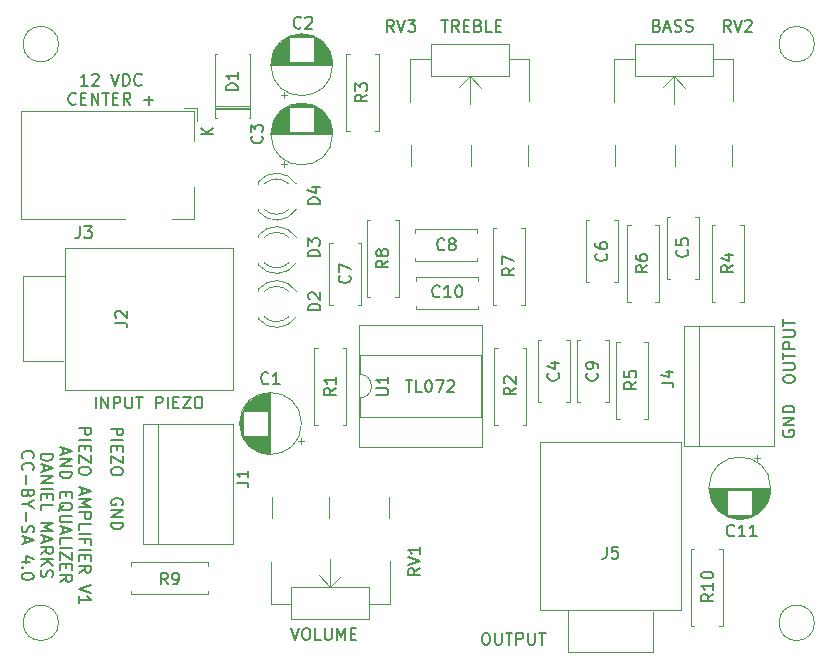
<source format=gbr>
%TF.GenerationSoftware,KiCad,Pcbnew,(6.0.2)*%
%TF.CreationDate,2022-03-01T10:48:04-06:00*%
%TF.ProjectId,PhonoJFET,50686f6e-6f4a-4464-9554-2e6b69636164,rev?*%
%TF.SameCoordinates,Original*%
%TF.FileFunction,Legend,Top*%
%TF.FilePolarity,Positive*%
%FSLAX46Y46*%
G04 Gerber Fmt 4.6, Leading zero omitted, Abs format (unit mm)*
G04 Created by KiCad (PCBNEW (6.0.2)) date 2022-03-01 10:48:04*
%MOMM*%
%LPD*%
G01*
G04 APERTURE LIST*
%ADD10C,0.150000*%
%ADD11C,0.120000*%
%ADD12C,0.100000*%
G04 APERTURE END LIST*
D10*
X82960000Y-115517380D02*
X82388571Y-115517380D01*
X82674285Y-115517380D02*
X82674285Y-114517380D01*
X82579047Y-114660238D01*
X82483809Y-114755476D01*
X82388571Y-114803095D01*
X83340952Y-114612619D02*
X83388571Y-114565000D01*
X83483809Y-114517380D01*
X83721904Y-114517380D01*
X83817142Y-114565000D01*
X83864761Y-114612619D01*
X83912380Y-114707857D01*
X83912380Y-114803095D01*
X83864761Y-114945952D01*
X83293333Y-115517380D01*
X83912380Y-115517380D01*
X84960000Y-114517380D02*
X85293333Y-115517380D01*
X85626666Y-114517380D01*
X85960000Y-115517380D02*
X85960000Y-114517380D01*
X86198095Y-114517380D01*
X86340952Y-114565000D01*
X86436190Y-114660238D01*
X86483809Y-114755476D01*
X86531428Y-114945952D01*
X86531428Y-115088809D01*
X86483809Y-115279285D01*
X86436190Y-115374523D01*
X86340952Y-115469761D01*
X86198095Y-115517380D01*
X85960000Y-115517380D01*
X87531428Y-115422142D02*
X87483809Y-115469761D01*
X87340952Y-115517380D01*
X87245714Y-115517380D01*
X87102857Y-115469761D01*
X87007619Y-115374523D01*
X86960000Y-115279285D01*
X86912380Y-115088809D01*
X86912380Y-114945952D01*
X86960000Y-114755476D01*
X87007619Y-114660238D01*
X87102857Y-114565000D01*
X87245714Y-114517380D01*
X87340952Y-114517380D01*
X87483809Y-114565000D01*
X87531428Y-114612619D01*
X81960000Y-117032142D02*
X81912380Y-117079761D01*
X81769523Y-117127380D01*
X81674285Y-117127380D01*
X81531428Y-117079761D01*
X81436190Y-116984523D01*
X81388571Y-116889285D01*
X81340952Y-116698809D01*
X81340952Y-116555952D01*
X81388571Y-116365476D01*
X81436190Y-116270238D01*
X81531428Y-116175000D01*
X81674285Y-116127380D01*
X81769523Y-116127380D01*
X81912380Y-116175000D01*
X81960000Y-116222619D01*
X82388571Y-116603571D02*
X82721904Y-116603571D01*
X82864761Y-117127380D02*
X82388571Y-117127380D01*
X82388571Y-116127380D01*
X82864761Y-116127380D01*
X83293333Y-117127380D02*
X83293333Y-116127380D01*
X83864761Y-117127380D01*
X83864761Y-116127380D01*
X84198095Y-116127380D02*
X84769523Y-116127380D01*
X84483809Y-117127380D02*
X84483809Y-116127380D01*
X85102857Y-116603571D02*
X85436190Y-116603571D01*
X85579047Y-117127380D02*
X85102857Y-117127380D01*
X85102857Y-116127380D01*
X85579047Y-116127380D01*
X86579047Y-117127380D02*
X86245714Y-116651190D01*
X86007619Y-117127380D02*
X86007619Y-116127380D01*
X86388571Y-116127380D01*
X86483809Y-116175000D01*
X86531428Y-116222619D01*
X86579047Y-116317857D01*
X86579047Y-116460714D01*
X86531428Y-116555952D01*
X86483809Y-116603571D01*
X86388571Y-116651190D01*
X86007619Y-116651190D01*
X87769523Y-116746428D02*
X88531428Y-116746428D01*
X88150476Y-117127380D02*
X88150476Y-116365476D01*
X109880952Y-140452380D02*
X110452380Y-140452380D01*
X110166666Y-141452380D02*
X110166666Y-140452380D01*
X111261904Y-141452380D02*
X110785714Y-141452380D01*
X110785714Y-140452380D01*
X111785714Y-140452380D02*
X111880952Y-140452380D01*
X111976190Y-140500000D01*
X112023809Y-140547619D01*
X112071428Y-140642857D01*
X112119047Y-140833333D01*
X112119047Y-141071428D01*
X112071428Y-141261904D01*
X112023809Y-141357142D01*
X111976190Y-141404761D01*
X111880952Y-141452380D01*
X111785714Y-141452380D01*
X111690476Y-141404761D01*
X111642857Y-141357142D01*
X111595238Y-141261904D01*
X111547619Y-141071428D01*
X111547619Y-140833333D01*
X111595238Y-140642857D01*
X111642857Y-140547619D01*
X111690476Y-140500000D01*
X111785714Y-140452380D01*
X112452380Y-140452380D02*
X113119047Y-140452380D01*
X112690476Y-141452380D01*
X113452380Y-140547619D02*
X113500000Y-140500000D01*
X113595238Y-140452380D01*
X113833333Y-140452380D01*
X113928571Y-140500000D01*
X113976190Y-140547619D01*
X114023809Y-140642857D01*
X114023809Y-140738095D01*
X113976190Y-140880952D01*
X113404761Y-141452380D01*
X114023809Y-141452380D01*
X141852380Y-140454761D02*
X141852380Y-140264285D01*
X141900000Y-140169047D01*
X141995238Y-140073809D01*
X142185714Y-140026190D01*
X142519047Y-140026190D01*
X142709523Y-140073809D01*
X142804761Y-140169047D01*
X142852380Y-140264285D01*
X142852380Y-140454761D01*
X142804761Y-140550000D01*
X142709523Y-140645238D01*
X142519047Y-140692857D01*
X142185714Y-140692857D01*
X141995238Y-140645238D01*
X141900000Y-140550000D01*
X141852380Y-140454761D01*
X141852380Y-139597619D02*
X142661904Y-139597619D01*
X142757142Y-139550000D01*
X142804761Y-139502380D01*
X142852380Y-139407142D01*
X142852380Y-139216666D01*
X142804761Y-139121428D01*
X142757142Y-139073809D01*
X142661904Y-139026190D01*
X141852380Y-139026190D01*
X141852380Y-138692857D02*
X141852380Y-138121428D01*
X142852380Y-138407142D02*
X141852380Y-138407142D01*
X142852380Y-137788095D02*
X141852380Y-137788095D01*
X141852380Y-137407142D01*
X141900000Y-137311904D01*
X141947619Y-137264285D01*
X142042857Y-137216666D01*
X142185714Y-137216666D01*
X142280952Y-137264285D01*
X142328571Y-137311904D01*
X142376190Y-137407142D01*
X142376190Y-137788095D01*
X141852380Y-136788095D02*
X142661904Y-136788095D01*
X142757142Y-136740476D01*
X142804761Y-136692857D01*
X142852380Y-136597619D01*
X142852380Y-136407142D01*
X142804761Y-136311904D01*
X142757142Y-136264285D01*
X142661904Y-136216666D01*
X141852380Y-136216666D01*
X141852380Y-135883333D02*
X141852380Y-135311904D01*
X142852380Y-135597619D02*
X141852380Y-135597619D01*
X100190476Y-161452380D02*
X100523809Y-162452380D01*
X100857142Y-161452380D01*
X101380952Y-161452380D02*
X101571428Y-161452380D01*
X101666666Y-161500000D01*
X101761904Y-161595238D01*
X101809523Y-161785714D01*
X101809523Y-162119047D01*
X101761904Y-162309523D01*
X101666666Y-162404761D01*
X101571428Y-162452380D01*
X101380952Y-162452380D01*
X101285714Y-162404761D01*
X101190476Y-162309523D01*
X101142857Y-162119047D01*
X101142857Y-161785714D01*
X101190476Y-161595238D01*
X101285714Y-161500000D01*
X101380952Y-161452380D01*
X102714285Y-162452380D02*
X102238095Y-162452380D01*
X102238095Y-161452380D01*
X103047619Y-161452380D02*
X103047619Y-162261904D01*
X103095238Y-162357142D01*
X103142857Y-162404761D01*
X103238095Y-162452380D01*
X103428571Y-162452380D01*
X103523809Y-162404761D01*
X103571428Y-162357142D01*
X103619047Y-162261904D01*
X103619047Y-161452380D01*
X104095238Y-162452380D02*
X104095238Y-161452380D01*
X104428571Y-162166666D01*
X104761904Y-161452380D01*
X104761904Y-162452380D01*
X105238095Y-161928571D02*
X105571428Y-161928571D01*
X105714285Y-162452380D02*
X105238095Y-162452380D01*
X105238095Y-161452380D01*
X105714285Y-161452380D01*
X116595238Y-161847980D02*
X116785714Y-161847980D01*
X116880952Y-161895600D01*
X116976190Y-161990838D01*
X117023809Y-162181314D01*
X117023809Y-162514647D01*
X116976190Y-162705123D01*
X116880952Y-162800361D01*
X116785714Y-162847980D01*
X116595238Y-162847980D01*
X116500000Y-162800361D01*
X116404761Y-162705123D01*
X116357142Y-162514647D01*
X116357142Y-162181314D01*
X116404761Y-161990838D01*
X116500000Y-161895600D01*
X116595238Y-161847980D01*
X117452380Y-161847980D02*
X117452380Y-162657504D01*
X117500000Y-162752742D01*
X117547619Y-162800361D01*
X117642857Y-162847980D01*
X117833333Y-162847980D01*
X117928571Y-162800361D01*
X117976190Y-162752742D01*
X118023809Y-162657504D01*
X118023809Y-161847980D01*
X118357142Y-161847980D02*
X118928571Y-161847980D01*
X118642857Y-162847980D02*
X118642857Y-161847980D01*
X119261904Y-162847980D02*
X119261904Y-161847980D01*
X119642857Y-161847980D01*
X119738095Y-161895600D01*
X119785714Y-161943219D01*
X119833333Y-162038457D01*
X119833333Y-162181314D01*
X119785714Y-162276552D01*
X119738095Y-162324171D01*
X119642857Y-162371790D01*
X119261904Y-162371790D01*
X120261904Y-161847980D02*
X120261904Y-162657504D01*
X120309523Y-162752742D01*
X120357142Y-162800361D01*
X120452380Y-162847980D01*
X120642857Y-162847980D01*
X120738095Y-162800361D01*
X120785714Y-162752742D01*
X120833333Y-162657504D01*
X120833333Y-161847980D01*
X121166666Y-161847980D02*
X121738095Y-161847980D01*
X121452380Y-162847980D02*
X121452380Y-161847980D01*
X82226619Y-144511047D02*
X83226619Y-144511047D01*
X83226619Y-144892000D01*
X83179000Y-144987238D01*
X83131380Y-145034857D01*
X83036142Y-145082476D01*
X82893285Y-145082476D01*
X82798047Y-145034857D01*
X82750428Y-144987238D01*
X82702809Y-144892000D01*
X82702809Y-144511047D01*
X82226619Y-145511047D02*
X83226619Y-145511047D01*
X82750428Y-145987238D02*
X82750428Y-146320571D01*
X82226619Y-146463428D02*
X82226619Y-145987238D01*
X83226619Y-145987238D01*
X83226619Y-146463428D01*
X83226619Y-146796761D02*
X83226619Y-147463428D01*
X82226619Y-146796761D01*
X82226619Y-147463428D01*
X83226619Y-148034857D02*
X83226619Y-148225333D01*
X83179000Y-148320571D01*
X83083761Y-148415809D01*
X82893285Y-148463428D01*
X82559952Y-148463428D01*
X82369476Y-148415809D01*
X82274238Y-148320571D01*
X82226619Y-148225333D01*
X82226619Y-148034857D01*
X82274238Y-147939619D01*
X82369476Y-147844380D01*
X82559952Y-147796761D01*
X82893285Y-147796761D01*
X83083761Y-147844380D01*
X83179000Y-147939619D01*
X83226619Y-148034857D01*
X82512333Y-149606285D02*
X82512333Y-150082476D01*
X82226619Y-149511047D02*
X83226619Y-149844380D01*
X82226619Y-150177714D01*
X82226619Y-150511047D02*
X83226619Y-150511047D01*
X82512333Y-150844380D01*
X83226619Y-151177714D01*
X82226619Y-151177714D01*
X82226619Y-151653904D02*
X83226619Y-151653904D01*
X83226619Y-152034857D01*
X83179000Y-152130095D01*
X83131380Y-152177714D01*
X83036142Y-152225333D01*
X82893285Y-152225333D01*
X82798047Y-152177714D01*
X82750428Y-152130095D01*
X82702809Y-152034857D01*
X82702809Y-151653904D01*
X82226619Y-153130095D02*
X82226619Y-152653904D01*
X83226619Y-152653904D01*
X82226619Y-153463428D02*
X83226619Y-153463428D01*
X82750428Y-154272952D02*
X82750428Y-153939619D01*
X82226619Y-153939619D02*
X83226619Y-153939619D01*
X83226619Y-154415809D01*
X82226619Y-154796761D02*
X83226619Y-154796761D01*
X82750428Y-155272952D02*
X82750428Y-155606285D01*
X82226619Y-155749142D02*
X82226619Y-155272952D01*
X83226619Y-155272952D01*
X83226619Y-155749142D01*
X82226619Y-156749142D02*
X82702809Y-156415809D01*
X82226619Y-156177714D02*
X83226619Y-156177714D01*
X83226619Y-156558666D01*
X83179000Y-156653904D01*
X83131380Y-156701523D01*
X83036142Y-156749142D01*
X82893285Y-156749142D01*
X82798047Y-156701523D01*
X82750428Y-156653904D01*
X82702809Y-156558666D01*
X82702809Y-156177714D01*
X83226619Y-157796761D02*
X82226619Y-158130095D01*
X83226619Y-158463428D01*
X82226619Y-159320571D02*
X82226619Y-158749142D01*
X82226619Y-159034857D02*
X83226619Y-159034857D01*
X83083761Y-158939619D01*
X82988523Y-158844380D01*
X82940904Y-158749142D01*
X80902333Y-146249142D02*
X80902333Y-146725333D01*
X80616619Y-146153904D02*
X81616619Y-146487238D01*
X80616619Y-146820571D01*
X80616619Y-147153904D02*
X81616619Y-147153904D01*
X80616619Y-147725333D01*
X81616619Y-147725333D01*
X80616619Y-148201523D02*
X81616619Y-148201523D01*
X81616619Y-148439619D01*
X81569000Y-148582476D01*
X81473761Y-148677714D01*
X81378523Y-148725333D01*
X81188047Y-148772952D01*
X81045190Y-148772952D01*
X80854714Y-148725333D01*
X80759476Y-148677714D01*
X80664238Y-148582476D01*
X80616619Y-148439619D01*
X80616619Y-148201523D01*
X81140428Y-149963428D02*
X81140428Y-150296761D01*
X80616619Y-150439619D02*
X80616619Y-149963428D01*
X81616619Y-149963428D01*
X81616619Y-150439619D01*
X80521380Y-151534857D02*
X80569000Y-151439619D01*
X80664238Y-151344380D01*
X80807095Y-151201523D01*
X80854714Y-151106285D01*
X80854714Y-151011047D01*
X80616619Y-151058666D02*
X80664238Y-150963428D01*
X80759476Y-150868190D01*
X80949952Y-150820571D01*
X81283285Y-150820571D01*
X81473761Y-150868190D01*
X81569000Y-150963428D01*
X81616619Y-151058666D01*
X81616619Y-151249142D01*
X81569000Y-151344380D01*
X81473761Y-151439619D01*
X81283285Y-151487238D01*
X80949952Y-151487238D01*
X80759476Y-151439619D01*
X80664238Y-151344380D01*
X80616619Y-151249142D01*
X80616619Y-151058666D01*
X81616619Y-151915809D02*
X80807095Y-151915809D01*
X80711857Y-151963428D01*
X80664238Y-152011047D01*
X80616619Y-152106285D01*
X80616619Y-152296761D01*
X80664238Y-152392000D01*
X80711857Y-152439619D01*
X80807095Y-152487238D01*
X81616619Y-152487238D01*
X80902333Y-152915809D02*
X80902333Y-153392000D01*
X80616619Y-152820571D02*
X81616619Y-153153904D01*
X80616619Y-153487238D01*
X80616619Y-154296761D02*
X80616619Y-153820571D01*
X81616619Y-153820571D01*
X80616619Y-154630095D02*
X81616619Y-154630095D01*
X81616619Y-155011047D02*
X81616619Y-155677714D01*
X80616619Y-155011047D01*
X80616619Y-155677714D01*
X81140428Y-156058666D02*
X81140428Y-156392000D01*
X80616619Y-156534857D02*
X80616619Y-156058666D01*
X81616619Y-156058666D01*
X81616619Y-156534857D01*
X80616619Y-157534857D02*
X81092809Y-157201523D01*
X80616619Y-156963428D02*
X81616619Y-156963428D01*
X81616619Y-157344380D01*
X81569000Y-157439619D01*
X81521380Y-157487238D01*
X81426142Y-157534857D01*
X81283285Y-157534857D01*
X81188047Y-157487238D01*
X81140428Y-157439619D01*
X81092809Y-157344380D01*
X81092809Y-156963428D01*
X79006619Y-146725333D02*
X80006619Y-146725333D01*
X80006619Y-146963428D01*
X79959000Y-147106285D01*
X79863761Y-147201523D01*
X79768523Y-147249142D01*
X79578047Y-147296761D01*
X79435190Y-147296761D01*
X79244714Y-147249142D01*
X79149476Y-147201523D01*
X79054238Y-147106285D01*
X79006619Y-146963428D01*
X79006619Y-146725333D01*
X79292333Y-147677714D02*
X79292333Y-148153904D01*
X79006619Y-147582476D02*
X80006619Y-147915809D01*
X79006619Y-148249142D01*
X79006619Y-148582476D02*
X80006619Y-148582476D01*
X79006619Y-149153904D01*
X80006619Y-149153904D01*
X79006619Y-149630095D02*
X80006619Y-149630095D01*
X79530428Y-150106285D02*
X79530428Y-150439619D01*
X79006619Y-150582476D02*
X79006619Y-150106285D01*
X80006619Y-150106285D01*
X80006619Y-150582476D01*
X79006619Y-151487238D02*
X79006619Y-151011047D01*
X80006619Y-151011047D01*
X79006619Y-152582476D02*
X80006619Y-152582476D01*
X79292333Y-152915809D01*
X80006619Y-153249142D01*
X79006619Y-153249142D01*
X79292333Y-153677714D02*
X79292333Y-154153904D01*
X79006619Y-153582476D02*
X80006619Y-153915809D01*
X79006619Y-154249142D01*
X79006619Y-155153904D02*
X79482809Y-154820571D01*
X79006619Y-154582476D02*
X80006619Y-154582476D01*
X80006619Y-154963428D01*
X79959000Y-155058666D01*
X79911380Y-155106285D01*
X79816142Y-155153904D01*
X79673285Y-155153904D01*
X79578047Y-155106285D01*
X79530428Y-155058666D01*
X79482809Y-154963428D01*
X79482809Y-154582476D01*
X79006619Y-155582476D02*
X80006619Y-155582476D01*
X79006619Y-156153904D02*
X79578047Y-155725333D01*
X80006619Y-156153904D02*
X79435190Y-155582476D01*
X79054238Y-156534857D02*
X79006619Y-156677714D01*
X79006619Y-156915809D01*
X79054238Y-157011047D01*
X79101857Y-157058666D01*
X79197095Y-157106285D01*
X79292333Y-157106285D01*
X79387571Y-157058666D01*
X79435190Y-157011047D01*
X79482809Y-156915809D01*
X79530428Y-156725333D01*
X79578047Y-156630095D01*
X79625666Y-156582476D01*
X79720904Y-156534857D01*
X79816142Y-156534857D01*
X79911380Y-156582476D01*
X79959000Y-156630095D01*
X80006619Y-156725333D01*
X80006619Y-156963428D01*
X79959000Y-157106285D01*
X77491857Y-147058666D02*
X77444238Y-147011047D01*
X77396619Y-146868190D01*
X77396619Y-146772952D01*
X77444238Y-146630095D01*
X77539476Y-146534857D01*
X77634714Y-146487238D01*
X77825190Y-146439619D01*
X77968047Y-146439619D01*
X78158523Y-146487238D01*
X78253761Y-146534857D01*
X78349000Y-146630095D01*
X78396619Y-146772952D01*
X78396619Y-146868190D01*
X78349000Y-147011047D01*
X78301380Y-147058666D01*
X77491857Y-148058666D02*
X77444238Y-148011047D01*
X77396619Y-147868190D01*
X77396619Y-147772952D01*
X77444238Y-147630095D01*
X77539476Y-147534857D01*
X77634714Y-147487238D01*
X77825190Y-147439619D01*
X77968047Y-147439619D01*
X78158523Y-147487238D01*
X78253761Y-147534857D01*
X78349000Y-147630095D01*
X78396619Y-147772952D01*
X78396619Y-147868190D01*
X78349000Y-148011047D01*
X78301380Y-148058666D01*
X77777571Y-148487238D02*
X77777571Y-149249142D01*
X77920428Y-150058666D02*
X77872809Y-150201523D01*
X77825190Y-150249142D01*
X77729952Y-150296761D01*
X77587095Y-150296761D01*
X77491857Y-150249142D01*
X77444238Y-150201523D01*
X77396619Y-150106285D01*
X77396619Y-149725333D01*
X78396619Y-149725333D01*
X78396619Y-150058666D01*
X78349000Y-150153904D01*
X78301380Y-150201523D01*
X78206142Y-150249142D01*
X78110904Y-150249142D01*
X78015666Y-150201523D01*
X77968047Y-150153904D01*
X77920428Y-150058666D01*
X77920428Y-149725333D01*
X77872809Y-150915809D02*
X77396619Y-150915809D01*
X78396619Y-150582476D02*
X77872809Y-150915809D01*
X78396619Y-151249142D01*
X77777571Y-151582476D02*
X77777571Y-152344380D01*
X77444238Y-152772952D02*
X77396619Y-152915809D01*
X77396619Y-153153904D01*
X77444238Y-153249142D01*
X77491857Y-153296761D01*
X77587095Y-153344380D01*
X77682333Y-153344380D01*
X77777571Y-153296761D01*
X77825190Y-153249142D01*
X77872809Y-153153904D01*
X77920428Y-152963428D01*
X77968047Y-152868190D01*
X78015666Y-152820571D01*
X78110904Y-152772952D01*
X78206142Y-152772952D01*
X78301380Y-152820571D01*
X78349000Y-152868190D01*
X78396619Y-152963428D01*
X78396619Y-153201523D01*
X78349000Y-153344380D01*
X77682333Y-153725333D02*
X77682333Y-154201523D01*
X77396619Y-153630095D02*
X78396619Y-153963428D01*
X77396619Y-154296761D01*
X78063285Y-155820571D02*
X77396619Y-155820571D01*
X78444238Y-155582476D02*
X77729952Y-155344380D01*
X77729952Y-155963428D01*
X77491857Y-156344380D02*
X77444238Y-156392000D01*
X77396619Y-156344380D01*
X77444238Y-156296761D01*
X77491857Y-156344380D01*
X77396619Y-156344380D01*
X78396619Y-157011047D02*
X78396619Y-157106285D01*
X78349000Y-157201523D01*
X78301380Y-157249142D01*
X78206142Y-157296761D01*
X78015666Y-157344380D01*
X77777571Y-157344380D01*
X77587095Y-157296761D01*
X77491857Y-157249142D01*
X77444238Y-157201523D01*
X77396619Y-157106285D01*
X77396619Y-157011047D01*
X77444238Y-156915809D01*
X77491857Y-156868190D01*
X77587095Y-156820571D01*
X77777571Y-156772952D01*
X78015666Y-156772952D01*
X78206142Y-156820571D01*
X78301380Y-156868190D01*
X78349000Y-156915809D01*
X78396619Y-157011047D01*
X141860000Y-144711904D02*
X141812380Y-144807142D01*
X141812380Y-144950000D01*
X141860000Y-145092857D01*
X141955238Y-145188095D01*
X142050476Y-145235714D01*
X142240952Y-145283333D01*
X142383809Y-145283333D01*
X142574285Y-145235714D01*
X142669523Y-145188095D01*
X142764761Y-145092857D01*
X142812380Y-144950000D01*
X142812380Y-144854761D01*
X142764761Y-144711904D01*
X142717142Y-144664285D01*
X142383809Y-144664285D01*
X142383809Y-144854761D01*
X142812380Y-144235714D02*
X141812380Y-144235714D01*
X142812380Y-143664285D01*
X141812380Y-143664285D01*
X142812380Y-143188095D02*
X141812380Y-143188095D01*
X141812380Y-142950000D01*
X141860000Y-142807142D01*
X141955238Y-142711904D01*
X142050476Y-142664285D01*
X142240952Y-142616666D01*
X142383809Y-142616666D01*
X142574285Y-142664285D01*
X142669523Y-142711904D01*
X142764761Y-142807142D01*
X142812380Y-142950000D01*
X142812380Y-143188095D01*
X84957619Y-144547619D02*
X85957619Y-144547619D01*
X85957619Y-144928571D01*
X85910000Y-145023809D01*
X85862380Y-145071428D01*
X85767142Y-145119047D01*
X85624285Y-145119047D01*
X85529047Y-145071428D01*
X85481428Y-145023809D01*
X85433809Y-144928571D01*
X85433809Y-144547619D01*
X84957619Y-145547619D02*
X85957619Y-145547619D01*
X85481428Y-146023809D02*
X85481428Y-146357142D01*
X84957619Y-146500000D02*
X84957619Y-146023809D01*
X85957619Y-146023809D01*
X85957619Y-146500000D01*
X85957619Y-146833333D02*
X85957619Y-147500000D01*
X84957619Y-146833333D01*
X84957619Y-147500000D01*
X85957619Y-148071428D02*
X85957619Y-148261904D01*
X85910000Y-148357142D01*
X85814761Y-148452380D01*
X85624285Y-148500000D01*
X85290952Y-148500000D01*
X85100476Y-148452380D01*
X85005238Y-148357142D01*
X84957619Y-148261904D01*
X84957619Y-148071428D01*
X85005238Y-147976190D01*
X85100476Y-147880952D01*
X85290952Y-147833333D01*
X85624285Y-147833333D01*
X85814761Y-147880952D01*
X85910000Y-147976190D01*
X85957619Y-148071428D01*
X112904761Y-109952380D02*
X113476190Y-109952380D01*
X113190476Y-110952380D02*
X113190476Y-109952380D01*
X114380952Y-110952380D02*
X114047619Y-110476190D01*
X113809523Y-110952380D02*
X113809523Y-109952380D01*
X114190476Y-109952380D01*
X114285714Y-110000000D01*
X114333333Y-110047619D01*
X114380952Y-110142857D01*
X114380952Y-110285714D01*
X114333333Y-110380952D01*
X114285714Y-110428571D01*
X114190476Y-110476190D01*
X113809523Y-110476190D01*
X114809523Y-110428571D02*
X115142857Y-110428571D01*
X115285714Y-110952380D02*
X114809523Y-110952380D01*
X114809523Y-109952380D01*
X115285714Y-109952380D01*
X116047619Y-110428571D02*
X116190476Y-110476190D01*
X116238095Y-110523809D01*
X116285714Y-110619047D01*
X116285714Y-110761904D01*
X116238095Y-110857142D01*
X116190476Y-110904761D01*
X116095238Y-110952380D01*
X115714285Y-110952380D01*
X115714285Y-109952380D01*
X116047619Y-109952380D01*
X116142857Y-110000000D01*
X116190476Y-110047619D01*
X116238095Y-110142857D01*
X116238095Y-110238095D01*
X116190476Y-110333333D01*
X116142857Y-110380952D01*
X116047619Y-110428571D01*
X115714285Y-110428571D01*
X117190476Y-110952380D02*
X116714285Y-110952380D01*
X116714285Y-109952380D01*
X117523809Y-110428571D02*
X117857142Y-110428571D01*
X118000000Y-110952380D02*
X117523809Y-110952380D01*
X117523809Y-109952380D01*
X118000000Y-109952380D01*
X131190476Y-110428571D02*
X131333333Y-110476190D01*
X131380952Y-110523809D01*
X131428571Y-110619047D01*
X131428571Y-110761904D01*
X131380952Y-110857142D01*
X131333333Y-110904761D01*
X131238095Y-110952380D01*
X130857142Y-110952380D01*
X130857142Y-109952380D01*
X131190476Y-109952380D01*
X131285714Y-110000000D01*
X131333333Y-110047619D01*
X131380952Y-110142857D01*
X131380952Y-110238095D01*
X131333333Y-110333333D01*
X131285714Y-110380952D01*
X131190476Y-110428571D01*
X130857142Y-110428571D01*
X131809523Y-110666666D02*
X132285714Y-110666666D01*
X131714285Y-110952380D02*
X132047619Y-109952380D01*
X132380952Y-110952380D01*
X132666666Y-110904761D02*
X132809523Y-110952380D01*
X133047619Y-110952380D01*
X133142857Y-110904761D01*
X133190476Y-110857142D01*
X133238095Y-110761904D01*
X133238095Y-110666666D01*
X133190476Y-110571428D01*
X133142857Y-110523809D01*
X133047619Y-110476190D01*
X132857142Y-110428571D01*
X132761904Y-110380952D01*
X132714285Y-110333333D01*
X132666666Y-110238095D01*
X132666666Y-110142857D01*
X132714285Y-110047619D01*
X132761904Y-110000000D01*
X132857142Y-109952380D01*
X133095238Y-109952380D01*
X133238095Y-110000000D01*
X133619047Y-110904761D02*
X133761904Y-110952380D01*
X134000000Y-110952380D01*
X134095238Y-110904761D01*
X134142857Y-110857142D01*
X134190476Y-110761904D01*
X134190476Y-110666666D01*
X134142857Y-110571428D01*
X134095238Y-110523809D01*
X134000000Y-110476190D01*
X133809523Y-110428571D01*
X133714285Y-110380952D01*
X133666666Y-110333333D01*
X133619047Y-110238095D01*
X133619047Y-110142857D01*
X133666666Y-110047619D01*
X133714285Y-110000000D01*
X133809523Y-109952380D01*
X134047619Y-109952380D01*
X134190476Y-110000000D01*
X83640000Y-142842380D02*
X83640000Y-141842380D01*
X84116190Y-142842380D02*
X84116190Y-141842380D01*
X84687619Y-142842380D01*
X84687619Y-141842380D01*
X85163809Y-142842380D02*
X85163809Y-141842380D01*
X85544761Y-141842380D01*
X85640000Y-141890000D01*
X85687619Y-141937619D01*
X85735238Y-142032857D01*
X85735238Y-142175714D01*
X85687619Y-142270952D01*
X85640000Y-142318571D01*
X85544761Y-142366190D01*
X85163809Y-142366190D01*
X86163809Y-141842380D02*
X86163809Y-142651904D01*
X86211428Y-142747142D01*
X86259047Y-142794761D01*
X86354285Y-142842380D01*
X86544761Y-142842380D01*
X86640000Y-142794761D01*
X86687619Y-142747142D01*
X86735238Y-142651904D01*
X86735238Y-141842380D01*
X87068571Y-141842380D02*
X87640000Y-141842380D01*
X87354285Y-142842380D02*
X87354285Y-141842380D01*
X88735238Y-142842380D02*
X88735238Y-141842380D01*
X89116190Y-141842380D01*
X89211428Y-141890000D01*
X89259047Y-141937619D01*
X89306666Y-142032857D01*
X89306666Y-142175714D01*
X89259047Y-142270952D01*
X89211428Y-142318571D01*
X89116190Y-142366190D01*
X88735238Y-142366190D01*
X89735238Y-142842380D02*
X89735238Y-141842380D01*
X90211428Y-142318571D02*
X90544761Y-142318571D01*
X90687619Y-142842380D02*
X90211428Y-142842380D01*
X90211428Y-141842380D01*
X90687619Y-141842380D01*
X91020952Y-141842380D02*
X91687619Y-141842380D01*
X91020952Y-142842380D01*
X91687619Y-142842380D01*
X92259047Y-141842380D02*
X92449523Y-141842380D01*
X92544761Y-141890000D01*
X92640000Y-141985238D01*
X92687619Y-142175714D01*
X92687619Y-142509047D01*
X92640000Y-142699523D01*
X92544761Y-142794761D01*
X92449523Y-142842380D01*
X92259047Y-142842380D01*
X92163809Y-142794761D01*
X92068571Y-142699523D01*
X92020952Y-142509047D01*
X92020952Y-142175714D01*
X92068571Y-141985238D01*
X92163809Y-141890000D01*
X92259047Y-141842380D01*
X85910000Y-150998095D02*
X85957619Y-150902857D01*
X85957619Y-150760000D01*
X85910000Y-150617142D01*
X85814761Y-150521904D01*
X85719523Y-150474285D01*
X85529047Y-150426666D01*
X85386190Y-150426666D01*
X85195714Y-150474285D01*
X85100476Y-150521904D01*
X85005238Y-150617142D01*
X84957619Y-150760000D01*
X84957619Y-150855238D01*
X85005238Y-150998095D01*
X85052857Y-151045714D01*
X85386190Y-151045714D01*
X85386190Y-150855238D01*
X84957619Y-151474285D02*
X85957619Y-151474285D01*
X84957619Y-152045714D01*
X85957619Y-152045714D01*
X84957619Y-152521904D02*
X85957619Y-152521904D01*
X85957619Y-152760000D01*
X85910000Y-152902857D01*
X85814761Y-152998095D01*
X85719523Y-153045714D01*
X85529047Y-153093333D01*
X85386190Y-153093333D01*
X85195714Y-153045714D01*
X85100476Y-152998095D01*
X85005238Y-152902857D01*
X84957619Y-152760000D01*
X84957619Y-152521904D01*
%TO.C,J4*%
X131562380Y-140653333D02*
X132276666Y-140653333D01*
X132419523Y-140700952D01*
X132514761Y-140796190D01*
X132562380Y-140939047D01*
X132562380Y-141034285D01*
X131895714Y-139748571D02*
X132562380Y-139748571D01*
X131514761Y-139986666D02*
X132229047Y-140224761D01*
X132229047Y-139605714D01*
%TO.C,R10*%
X135926380Y-158574857D02*
X135450190Y-158908190D01*
X135926380Y-159146285D02*
X134926380Y-159146285D01*
X134926380Y-158765333D01*
X134974000Y-158670095D01*
X135021619Y-158622476D01*
X135116857Y-158574857D01*
X135259714Y-158574857D01*
X135354952Y-158622476D01*
X135402571Y-158670095D01*
X135450190Y-158765333D01*
X135450190Y-159146285D01*
X135926380Y-157622476D02*
X135926380Y-158193904D01*
X135926380Y-157908190D02*
X134926380Y-157908190D01*
X135069238Y-158003428D01*
X135164476Y-158098666D01*
X135212095Y-158193904D01*
X134926380Y-157003428D02*
X134926380Y-156908190D01*
X134974000Y-156812952D01*
X135021619Y-156765333D01*
X135116857Y-156717714D01*
X135307333Y-156670095D01*
X135545428Y-156670095D01*
X135735904Y-156717714D01*
X135831142Y-156765333D01*
X135878761Y-156812952D01*
X135926380Y-156908190D01*
X135926380Y-157003428D01*
X135878761Y-157098666D01*
X135831142Y-157146285D01*
X135735904Y-157193904D01*
X135545428Y-157241523D01*
X135307333Y-157241523D01*
X135116857Y-157193904D01*
X135021619Y-157146285D01*
X134974000Y-157098666D01*
X134926380Y-157003428D01*
%TO.C,R9*%
X89749333Y-157748380D02*
X89416000Y-157272190D01*
X89177904Y-157748380D02*
X89177904Y-156748380D01*
X89558857Y-156748380D01*
X89654095Y-156796000D01*
X89701714Y-156843619D01*
X89749333Y-156938857D01*
X89749333Y-157081714D01*
X89701714Y-157176952D01*
X89654095Y-157224571D01*
X89558857Y-157272190D01*
X89177904Y-157272190D01*
X90225523Y-157748380D02*
X90416000Y-157748380D01*
X90511238Y-157700761D01*
X90558857Y-157653142D01*
X90654095Y-157510285D01*
X90701714Y-157319809D01*
X90701714Y-156938857D01*
X90654095Y-156843619D01*
X90606476Y-156796000D01*
X90511238Y-156748380D01*
X90320761Y-156748380D01*
X90225523Y-156796000D01*
X90177904Y-156843619D01*
X90130285Y-156938857D01*
X90130285Y-157176952D01*
X90177904Y-157272190D01*
X90225523Y-157319809D01*
X90320761Y-157367428D01*
X90511238Y-157367428D01*
X90606476Y-157319809D01*
X90654095Y-157272190D01*
X90701714Y-157176952D01*
%TO.C,C1*%
X98258333Y-140692142D02*
X98210714Y-140739761D01*
X98067857Y-140787380D01*
X97972619Y-140787380D01*
X97829761Y-140739761D01*
X97734523Y-140644523D01*
X97686904Y-140549285D01*
X97639285Y-140358809D01*
X97639285Y-140215952D01*
X97686904Y-140025476D01*
X97734523Y-139930238D01*
X97829761Y-139835000D01*
X97972619Y-139787380D01*
X98067857Y-139787380D01*
X98210714Y-139835000D01*
X98258333Y-139882619D01*
X99210714Y-140787380D02*
X98639285Y-140787380D01*
X98925000Y-140787380D02*
X98925000Y-139787380D01*
X98829761Y-139930238D01*
X98734523Y-140025476D01*
X98639285Y-140073095D01*
%TO.C,D2*%
X102661980Y-134545295D02*
X101661980Y-134545295D01*
X101661980Y-134307200D01*
X101709600Y-134164342D01*
X101804838Y-134069104D01*
X101900076Y-134021485D01*
X102090552Y-133973866D01*
X102233409Y-133973866D01*
X102423885Y-134021485D01*
X102519123Y-134069104D01*
X102614361Y-134164342D01*
X102661980Y-134307200D01*
X102661980Y-134545295D01*
X101757219Y-133592914D02*
X101709600Y-133545295D01*
X101661980Y-133450057D01*
X101661980Y-133211961D01*
X101709600Y-133116723D01*
X101757219Y-133069104D01*
X101852457Y-133021485D01*
X101947695Y-133021485D01*
X102090552Y-133069104D01*
X102661980Y-133640533D01*
X102661980Y-133021485D01*
%TO.C,C3*%
X97699142Y-119780666D02*
X97746761Y-119828285D01*
X97794380Y-119971142D01*
X97794380Y-120066380D01*
X97746761Y-120209238D01*
X97651523Y-120304476D01*
X97556285Y-120352095D01*
X97365809Y-120399714D01*
X97222952Y-120399714D01*
X97032476Y-120352095D01*
X96937238Y-120304476D01*
X96842000Y-120209238D01*
X96794380Y-120066380D01*
X96794380Y-119971142D01*
X96842000Y-119828285D01*
X96889619Y-119780666D01*
X96794380Y-119447333D02*
X96794380Y-118828285D01*
X97175333Y-119161619D01*
X97175333Y-119018761D01*
X97222952Y-118923523D01*
X97270571Y-118875904D01*
X97365809Y-118828285D01*
X97603904Y-118828285D01*
X97699142Y-118875904D01*
X97746761Y-118923523D01*
X97794380Y-119018761D01*
X97794380Y-119304476D01*
X97746761Y-119399714D01*
X97699142Y-119447333D01*
%TO.C,RV3*%
X108904761Y-110952380D02*
X108571428Y-110476190D01*
X108333333Y-110952380D02*
X108333333Y-109952380D01*
X108714285Y-109952380D01*
X108809523Y-110000000D01*
X108857142Y-110047619D01*
X108904761Y-110142857D01*
X108904761Y-110285714D01*
X108857142Y-110380952D01*
X108809523Y-110428571D01*
X108714285Y-110476190D01*
X108333333Y-110476190D01*
X109190476Y-109952380D02*
X109523809Y-110952380D01*
X109857142Y-109952380D01*
X110095238Y-109952380D02*
X110714285Y-109952380D01*
X110380952Y-110333333D01*
X110523809Y-110333333D01*
X110619047Y-110380952D01*
X110666666Y-110428571D01*
X110714285Y-110523809D01*
X110714285Y-110761904D01*
X110666666Y-110857142D01*
X110619047Y-110904761D01*
X110523809Y-110952380D01*
X110238095Y-110952380D01*
X110142857Y-110904761D01*
X110095238Y-110857142D01*
%TO.C,C4*%
X122785142Y-139866666D02*
X122832761Y-139914285D01*
X122880380Y-140057142D01*
X122880380Y-140152380D01*
X122832761Y-140295238D01*
X122737523Y-140390476D01*
X122642285Y-140438095D01*
X122451809Y-140485714D01*
X122308952Y-140485714D01*
X122118476Y-140438095D01*
X122023238Y-140390476D01*
X121928000Y-140295238D01*
X121880380Y-140152380D01*
X121880380Y-140057142D01*
X121928000Y-139914285D01*
X121975619Y-139866666D01*
X122213714Y-139009523D02*
X122880380Y-139009523D01*
X121832761Y-139247619D02*
X122547047Y-139485714D01*
X122547047Y-138866666D01*
%TO.C,D3*%
X102611180Y-129973295D02*
X101611180Y-129973295D01*
X101611180Y-129735200D01*
X101658800Y-129592342D01*
X101754038Y-129497104D01*
X101849276Y-129449485D01*
X102039752Y-129401866D01*
X102182609Y-129401866D01*
X102373085Y-129449485D01*
X102468323Y-129497104D01*
X102563561Y-129592342D01*
X102611180Y-129735200D01*
X102611180Y-129973295D01*
X101611180Y-129068533D02*
X101611180Y-128449485D01*
X101992133Y-128782819D01*
X101992133Y-128639961D01*
X102039752Y-128544723D01*
X102087371Y-128497104D01*
X102182609Y-128449485D01*
X102420704Y-128449485D01*
X102515942Y-128497104D01*
X102563561Y-128544723D01*
X102611180Y-128639961D01*
X102611180Y-128925676D01*
X102563561Y-129020914D01*
X102515942Y-129068533D01*
%TO.C,R7*%
X119087566Y-130976666D02*
X118611376Y-131310000D01*
X119087566Y-131548095D02*
X118087566Y-131548095D01*
X118087566Y-131167142D01*
X118135186Y-131071904D01*
X118182805Y-131024285D01*
X118278043Y-130976666D01*
X118420900Y-130976666D01*
X118516138Y-131024285D01*
X118563757Y-131071904D01*
X118611376Y-131167142D01*
X118611376Y-131548095D01*
X118087566Y-130643333D02*
X118087566Y-129976666D01*
X119087566Y-130405238D01*
%TO.C,R6*%
X130362627Y-130740110D02*
X129886437Y-131073444D01*
X130362627Y-131311539D02*
X129362627Y-131311539D01*
X129362627Y-130930586D01*
X129410247Y-130835348D01*
X129457866Y-130787729D01*
X129553104Y-130740110D01*
X129695961Y-130740110D01*
X129791199Y-130787729D01*
X129838818Y-130835348D01*
X129886437Y-130930586D01*
X129886437Y-131311539D01*
X129362627Y-129882967D02*
X129362627Y-130073444D01*
X129410247Y-130168682D01*
X129457866Y-130216301D01*
X129600723Y-130311539D01*
X129791199Y-130359158D01*
X130172151Y-130359158D01*
X130267389Y-130311539D01*
X130315008Y-130263920D01*
X130362627Y-130168682D01*
X130362627Y-129978205D01*
X130315008Y-129882967D01*
X130267389Y-129835348D01*
X130172151Y-129787729D01*
X129934056Y-129787729D01*
X129838818Y-129835348D01*
X129791199Y-129882967D01*
X129743580Y-129978205D01*
X129743580Y-130168682D01*
X129791199Y-130263920D01*
X129838818Y-130311539D01*
X129934056Y-130359158D01*
%TO.C,C7*%
X105132142Y-131611666D02*
X105179761Y-131659285D01*
X105227380Y-131802142D01*
X105227380Y-131897380D01*
X105179761Y-132040238D01*
X105084523Y-132135476D01*
X104989285Y-132183095D01*
X104798809Y-132230714D01*
X104655952Y-132230714D01*
X104465476Y-132183095D01*
X104370238Y-132135476D01*
X104275000Y-132040238D01*
X104227380Y-131897380D01*
X104227380Y-131802142D01*
X104275000Y-131659285D01*
X104322619Y-131611666D01*
X104227380Y-131278333D02*
X104227380Y-130611666D01*
X105227380Y-131040238D01*
%TO.C,C2*%
X101030003Y-110593142D02*
X100982384Y-110640761D01*
X100839527Y-110688380D01*
X100744289Y-110688380D01*
X100601431Y-110640761D01*
X100506193Y-110545523D01*
X100458574Y-110450285D01*
X100410955Y-110259809D01*
X100410955Y-110116952D01*
X100458574Y-109926476D01*
X100506193Y-109831238D01*
X100601431Y-109736000D01*
X100744289Y-109688380D01*
X100839527Y-109688380D01*
X100982384Y-109736000D01*
X101030003Y-109783619D01*
X101410955Y-109783619D02*
X101458574Y-109736000D01*
X101553812Y-109688380D01*
X101791908Y-109688380D01*
X101887146Y-109736000D01*
X101934765Y-109783619D01*
X101982384Y-109878857D01*
X101982384Y-109974095D01*
X101934765Y-110116952D01*
X101363336Y-110688380D01*
X101982384Y-110688380D01*
%TO.C,J2*%
X85312380Y-135588333D02*
X86026666Y-135588333D01*
X86169523Y-135635952D01*
X86264761Y-135731190D01*
X86312380Y-135874047D01*
X86312380Y-135969285D01*
X85407619Y-135159761D02*
X85360000Y-135112142D01*
X85312380Y-135016904D01*
X85312380Y-134778809D01*
X85360000Y-134683571D01*
X85407619Y-134635952D01*
X85502857Y-134588333D01*
X85598095Y-134588333D01*
X85740952Y-134635952D01*
X86312380Y-135207380D01*
X86312380Y-134588333D01*
%TO.C,D4*%
X102611180Y-125553695D02*
X101611180Y-125553695D01*
X101611180Y-125315600D01*
X101658800Y-125172742D01*
X101754038Y-125077504D01*
X101849276Y-125029885D01*
X102039752Y-124982266D01*
X102182609Y-124982266D01*
X102373085Y-125029885D01*
X102468323Y-125077504D01*
X102563561Y-125172742D01*
X102611180Y-125315600D01*
X102611180Y-125553695D01*
X101944514Y-124125123D02*
X102611180Y-124125123D01*
X101563561Y-124363219D02*
X102277847Y-124601314D01*
X102277847Y-123982266D01*
%TO.C,R5*%
X129413765Y-140590155D02*
X128937575Y-140923489D01*
X129413765Y-141161584D02*
X128413765Y-141161584D01*
X128413765Y-140780631D01*
X128461385Y-140685393D01*
X128509004Y-140637774D01*
X128604242Y-140590155D01*
X128747099Y-140590155D01*
X128842337Y-140637774D01*
X128889956Y-140685393D01*
X128937575Y-140780631D01*
X128937575Y-141161584D01*
X128413765Y-139685393D02*
X128413765Y-140161584D01*
X128889956Y-140209203D01*
X128842337Y-140161584D01*
X128794718Y-140066346D01*
X128794718Y-139828250D01*
X128842337Y-139733012D01*
X128889956Y-139685393D01*
X128985194Y-139637774D01*
X129223289Y-139637774D01*
X129318527Y-139685393D01*
X129366146Y-139733012D01*
X129413765Y-139828250D01*
X129413765Y-140066346D01*
X129366146Y-140161584D01*
X129318527Y-140209203D01*
%TO.C,J5*%
X126906666Y-154562380D02*
X126906666Y-155276666D01*
X126859047Y-155419523D01*
X126763809Y-155514761D01*
X126620952Y-155562380D01*
X126525714Y-155562380D01*
X127859047Y-154562380D02*
X127382857Y-154562380D01*
X127335238Y-155038571D01*
X127382857Y-154990952D01*
X127478095Y-154943333D01*
X127716190Y-154943333D01*
X127811428Y-154990952D01*
X127859047Y-155038571D01*
X127906666Y-155133809D01*
X127906666Y-155371904D01*
X127859047Y-155467142D01*
X127811428Y-155514761D01*
X127716190Y-155562380D01*
X127478095Y-155562380D01*
X127382857Y-155514761D01*
X127335238Y-155467142D01*
%TO.C,R3*%
X106626334Y-116272578D02*
X106150144Y-116605912D01*
X106626334Y-116844007D02*
X105626334Y-116844007D01*
X105626334Y-116463054D01*
X105673954Y-116367816D01*
X105721573Y-116320197D01*
X105816811Y-116272578D01*
X105959668Y-116272578D01*
X106054906Y-116320197D01*
X106102525Y-116367816D01*
X106150144Y-116463054D01*
X106150144Y-116844007D01*
X105626334Y-115939245D02*
X105626334Y-115320197D01*
X106007287Y-115653531D01*
X106007287Y-115510673D01*
X106054906Y-115415435D01*
X106102525Y-115367816D01*
X106197763Y-115320197D01*
X106435858Y-115320197D01*
X106531096Y-115367816D01*
X106578715Y-115415435D01*
X106626334Y-115510673D01*
X106626334Y-115796388D01*
X106578715Y-115891626D01*
X106531096Y-115939245D01*
%TO.C,U1*%
X107402380Y-141721904D02*
X108211904Y-141721904D01*
X108307142Y-141674285D01*
X108354761Y-141626666D01*
X108402380Y-141531428D01*
X108402380Y-141340952D01*
X108354761Y-141245714D01*
X108307142Y-141198095D01*
X108211904Y-141150476D01*
X107402380Y-141150476D01*
X108402380Y-140150476D02*
X108402380Y-140721904D01*
X108402380Y-140436190D02*
X107402380Y-140436190D01*
X107545238Y-140531428D01*
X107640476Y-140626666D01*
X107688095Y-140721904D01*
%TO.C,RV1*%
X111107380Y-156387738D02*
X110631190Y-156721071D01*
X111107380Y-156959166D02*
X110107380Y-156959166D01*
X110107380Y-156578214D01*
X110155000Y-156482976D01*
X110202619Y-156435357D01*
X110297857Y-156387738D01*
X110440714Y-156387738D01*
X110535952Y-156435357D01*
X110583571Y-156482976D01*
X110631190Y-156578214D01*
X110631190Y-156959166D01*
X110107380Y-156102023D02*
X111107380Y-155768690D01*
X110107380Y-155435357D01*
X111107380Y-154578214D02*
X111107380Y-155149642D01*
X111107380Y-154863928D02*
X110107380Y-154863928D01*
X110250238Y-154959166D01*
X110345476Y-155054404D01*
X110393095Y-155149642D01*
%TO.C,R1*%
X103957380Y-141136666D02*
X103481190Y-141470000D01*
X103957380Y-141708095D02*
X102957380Y-141708095D01*
X102957380Y-141327142D01*
X103005000Y-141231904D01*
X103052619Y-141184285D01*
X103147857Y-141136666D01*
X103290714Y-141136666D01*
X103385952Y-141184285D01*
X103433571Y-141231904D01*
X103481190Y-141327142D01*
X103481190Y-141708095D01*
X103957380Y-140184285D02*
X103957380Y-140755714D01*
X103957380Y-140470000D02*
X102957380Y-140470000D01*
X103100238Y-140565238D01*
X103195476Y-140660476D01*
X103243095Y-140755714D01*
%TO.C,C8*%
X113165558Y-129361951D02*
X113117939Y-129409570D01*
X112975082Y-129457189D01*
X112879844Y-129457189D01*
X112736986Y-129409570D01*
X112641748Y-129314332D01*
X112594129Y-129219094D01*
X112546510Y-129028618D01*
X112546510Y-128885761D01*
X112594129Y-128695285D01*
X112641748Y-128600047D01*
X112736986Y-128504809D01*
X112879844Y-128457189D01*
X112975082Y-128457189D01*
X113117939Y-128504809D01*
X113165558Y-128552428D01*
X113736986Y-128885761D02*
X113641748Y-128838142D01*
X113594129Y-128790523D01*
X113546510Y-128695285D01*
X113546510Y-128647666D01*
X113594129Y-128552428D01*
X113641748Y-128504809D01*
X113736986Y-128457189D01*
X113927463Y-128457189D01*
X114022701Y-128504809D01*
X114070320Y-128552428D01*
X114117939Y-128647666D01*
X114117939Y-128695285D01*
X114070320Y-128790523D01*
X114022701Y-128838142D01*
X113927463Y-128885761D01*
X113736986Y-128885761D01*
X113641748Y-128933380D01*
X113594129Y-128980999D01*
X113546510Y-129076237D01*
X113546510Y-129266713D01*
X113594129Y-129361951D01*
X113641748Y-129409570D01*
X113736986Y-129457189D01*
X113927463Y-129457189D01*
X114022701Y-129409570D01*
X114070320Y-129361951D01*
X114117939Y-129266713D01*
X114117939Y-129076237D01*
X114070320Y-128980999D01*
X114022701Y-128933380D01*
X113927463Y-128885761D01*
%TO.C,C9*%
X126075515Y-139866666D02*
X126123134Y-139914285D01*
X126170753Y-140057142D01*
X126170753Y-140152380D01*
X126123134Y-140295238D01*
X126027896Y-140390476D01*
X125932658Y-140438095D01*
X125742182Y-140485714D01*
X125599325Y-140485714D01*
X125408849Y-140438095D01*
X125313611Y-140390476D01*
X125218373Y-140295238D01*
X125170753Y-140152380D01*
X125170753Y-140057142D01*
X125218373Y-139914285D01*
X125265992Y-139866666D01*
X126170753Y-139390476D02*
X126170753Y-139200000D01*
X126123134Y-139104761D01*
X126075515Y-139057142D01*
X125932658Y-138961904D01*
X125742182Y-138914285D01*
X125361230Y-138914285D01*
X125265992Y-138961904D01*
X125218373Y-139009523D01*
X125170753Y-139104761D01*
X125170753Y-139295238D01*
X125218373Y-139390476D01*
X125265992Y-139438095D01*
X125361230Y-139485714D01*
X125599325Y-139485714D01*
X125694563Y-139438095D01*
X125742182Y-139390476D01*
X125789801Y-139295238D01*
X125789801Y-139104761D01*
X125742182Y-139009523D01*
X125694563Y-138961904D01*
X125599325Y-138914285D01*
%TO.C,RV2*%
X137404761Y-110952380D02*
X137071428Y-110476190D01*
X136833333Y-110952380D02*
X136833333Y-109952380D01*
X137214285Y-109952380D01*
X137309523Y-110000000D01*
X137357142Y-110047619D01*
X137404761Y-110142857D01*
X137404761Y-110285714D01*
X137357142Y-110380952D01*
X137309523Y-110428571D01*
X137214285Y-110476190D01*
X136833333Y-110476190D01*
X137690476Y-109952380D02*
X138023809Y-110952380D01*
X138357142Y-109952380D01*
X138642857Y-110047619D02*
X138690476Y-110000000D01*
X138785714Y-109952380D01*
X139023809Y-109952380D01*
X139119047Y-110000000D01*
X139166666Y-110047619D01*
X139214285Y-110142857D01*
X139214285Y-110238095D01*
X139166666Y-110380952D01*
X138595238Y-110952380D01*
X139214285Y-110952380D01*
%TO.C,R8*%
X108402380Y-130341666D02*
X107926190Y-130675000D01*
X108402380Y-130913095D02*
X107402380Y-130913095D01*
X107402380Y-130532142D01*
X107450000Y-130436904D01*
X107497619Y-130389285D01*
X107592857Y-130341666D01*
X107735714Y-130341666D01*
X107830952Y-130389285D01*
X107878571Y-130436904D01*
X107926190Y-130532142D01*
X107926190Y-130913095D01*
X107830952Y-129770238D02*
X107783333Y-129865476D01*
X107735714Y-129913095D01*
X107640476Y-129960714D01*
X107592857Y-129960714D01*
X107497619Y-129913095D01*
X107450000Y-129865476D01*
X107402380Y-129770238D01*
X107402380Y-129579761D01*
X107450000Y-129484523D01*
X107497619Y-129436904D01*
X107592857Y-129389285D01*
X107640476Y-129389285D01*
X107735714Y-129436904D01*
X107783333Y-129484523D01*
X107830952Y-129579761D01*
X107830952Y-129770238D01*
X107878571Y-129865476D01*
X107926190Y-129913095D01*
X108021428Y-129960714D01*
X108211904Y-129960714D01*
X108307142Y-129913095D01*
X108354761Y-129865476D01*
X108402380Y-129770238D01*
X108402380Y-129579761D01*
X108354761Y-129484523D01*
X108307142Y-129436904D01*
X108211904Y-129389285D01*
X108021428Y-129389285D01*
X107926190Y-129436904D01*
X107878571Y-129484523D01*
X107830952Y-129579761D01*
%TO.C,C10*%
X112768142Y-133339142D02*
X112720523Y-133386761D01*
X112577666Y-133434380D01*
X112482428Y-133434380D01*
X112339571Y-133386761D01*
X112244333Y-133291523D01*
X112196714Y-133196285D01*
X112149095Y-133005809D01*
X112149095Y-132862952D01*
X112196714Y-132672476D01*
X112244333Y-132577238D01*
X112339571Y-132482000D01*
X112482428Y-132434380D01*
X112577666Y-132434380D01*
X112720523Y-132482000D01*
X112768142Y-132529619D01*
X113720523Y-133434380D02*
X113149095Y-133434380D01*
X113434809Y-133434380D02*
X113434809Y-132434380D01*
X113339571Y-132577238D01*
X113244333Y-132672476D01*
X113149095Y-132720095D01*
X114339571Y-132434380D02*
X114434809Y-132434380D01*
X114530047Y-132482000D01*
X114577666Y-132529619D01*
X114625285Y-132624857D01*
X114672904Y-132815333D01*
X114672904Y-133053428D01*
X114625285Y-133243904D01*
X114577666Y-133339142D01*
X114530047Y-133386761D01*
X114434809Y-133434380D01*
X114339571Y-133434380D01*
X114244333Y-133386761D01*
X114196714Y-133339142D01*
X114149095Y-133243904D01*
X114101476Y-133053428D01*
X114101476Y-132815333D01*
X114149095Y-132624857D01*
X114196714Y-132529619D01*
X114244333Y-132482000D01*
X114339571Y-132434380D01*
%TO.C,C11*%
X137710942Y-153581254D02*
X137663323Y-153628873D01*
X137520466Y-153676492D01*
X137425228Y-153676492D01*
X137282371Y-153628873D01*
X137187133Y-153533635D01*
X137139514Y-153438397D01*
X137091895Y-153247921D01*
X137091895Y-153105064D01*
X137139514Y-152914588D01*
X137187133Y-152819350D01*
X137282371Y-152724112D01*
X137425228Y-152676492D01*
X137520466Y-152676492D01*
X137663323Y-152724112D01*
X137710942Y-152771731D01*
X138663323Y-153676492D02*
X138091895Y-153676492D01*
X138377609Y-153676492D02*
X138377609Y-152676492D01*
X138282371Y-152819350D01*
X138187133Y-152914588D01*
X138091895Y-152962207D01*
X139615704Y-153676492D02*
X139044276Y-153676492D01*
X139329990Y-153676492D02*
X139329990Y-152676492D01*
X139234752Y-152819350D01*
X139139514Y-152914588D01*
X139044276Y-152962207D01*
%TO.C,J3*%
X82306666Y-127434880D02*
X82306666Y-128149166D01*
X82259047Y-128292023D01*
X82163809Y-128387261D01*
X82020952Y-128434880D01*
X81925714Y-128434880D01*
X82687619Y-127434880D02*
X83306666Y-127434880D01*
X82973333Y-127815833D01*
X83116190Y-127815833D01*
X83211428Y-127863452D01*
X83259047Y-127911071D01*
X83306666Y-128006309D01*
X83306666Y-128244404D01*
X83259047Y-128339642D01*
X83211428Y-128387261D01*
X83116190Y-128434880D01*
X82830476Y-128434880D01*
X82735238Y-128387261D01*
X82687619Y-128339642D01*
%TO.C,R4*%
X137612380Y-130722666D02*
X137136190Y-131056000D01*
X137612380Y-131294095D02*
X136612380Y-131294095D01*
X136612380Y-130913142D01*
X136660000Y-130817904D01*
X136707619Y-130770285D01*
X136802857Y-130722666D01*
X136945714Y-130722666D01*
X137040952Y-130770285D01*
X137088571Y-130817904D01*
X137136190Y-130913142D01*
X137136190Y-131294095D01*
X136945714Y-129865523D02*
X137612380Y-129865523D01*
X136564761Y-130103619D02*
X137279047Y-130341714D01*
X137279047Y-129722666D01*
%TO.C,D1*%
X95665879Y-115903369D02*
X94665879Y-115903369D01*
X94665879Y-115665274D01*
X94713499Y-115522416D01*
X94808737Y-115427178D01*
X94903975Y-115379559D01*
X95094451Y-115331940D01*
X95237308Y-115331940D01*
X95427784Y-115379559D01*
X95523022Y-115427178D01*
X95618260Y-115522416D01*
X95665879Y-115665274D01*
X95665879Y-115903369D01*
X95665879Y-114379559D02*
X95665879Y-114950988D01*
X95665879Y-114665274D02*
X94665879Y-114665274D01*
X94808737Y-114760512D01*
X94903975Y-114855750D01*
X94951594Y-114950988D01*
X93602380Y-119641904D02*
X92602380Y-119641904D01*
X93602380Y-119070476D02*
X93030952Y-119499047D01*
X92602380Y-119070476D02*
X93173809Y-119641904D01*
%TO.C,C5*%
X133707142Y-129412666D02*
X133754761Y-129460285D01*
X133802380Y-129603142D01*
X133802380Y-129698380D01*
X133754761Y-129841238D01*
X133659523Y-129936476D01*
X133564285Y-129984095D01*
X133373809Y-130031714D01*
X133230952Y-130031714D01*
X133040476Y-129984095D01*
X132945238Y-129936476D01*
X132850000Y-129841238D01*
X132802380Y-129698380D01*
X132802380Y-129603142D01*
X132850000Y-129460285D01*
X132897619Y-129412666D01*
X132802380Y-128507904D02*
X132802380Y-128984095D01*
X133278571Y-129031714D01*
X133230952Y-128984095D01*
X133183333Y-128888857D01*
X133183333Y-128650761D01*
X133230952Y-128555523D01*
X133278571Y-128507904D01*
X133373809Y-128460285D01*
X133611904Y-128460285D01*
X133707142Y-128507904D01*
X133754761Y-128555523D01*
X133802380Y-128650761D01*
X133802380Y-128888857D01*
X133754761Y-128984095D01*
X133707142Y-129031714D01*
%TO.C,R2*%
X119192380Y-141096666D02*
X118716190Y-141430000D01*
X119192380Y-141668095D02*
X118192380Y-141668095D01*
X118192380Y-141287142D01*
X118240000Y-141191904D01*
X118287619Y-141144285D01*
X118382857Y-141096666D01*
X118525714Y-141096666D01*
X118620952Y-141144285D01*
X118668571Y-141191904D01*
X118716190Y-141287142D01*
X118716190Y-141668095D01*
X118287619Y-140715714D02*
X118240000Y-140668095D01*
X118192380Y-140572857D01*
X118192380Y-140334761D01*
X118240000Y-140239523D01*
X118287619Y-140191904D01*
X118382857Y-140144285D01*
X118478095Y-140144285D01*
X118620952Y-140191904D01*
X119192380Y-140763333D01*
X119192380Y-140144285D01*
%TO.C,J1*%
X95582380Y-149123333D02*
X96296666Y-149123333D01*
X96439523Y-149170952D01*
X96534761Y-149266190D01*
X96582380Y-149409047D01*
X96582380Y-149504285D01*
X96582380Y-148123333D02*
X96582380Y-148694761D01*
X96582380Y-148409047D02*
X95582380Y-148409047D01*
X95725238Y-148504285D01*
X95820476Y-148599523D01*
X95868095Y-148694761D01*
%TO.C,C6*%
X126862884Y-129735007D02*
X126910503Y-129782626D01*
X126958122Y-129925483D01*
X126958122Y-130020721D01*
X126910503Y-130163579D01*
X126815265Y-130258817D01*
X126720027Y-130306436D01*
X126529551Y-130354055D01*
X126386694Y-130354055D01*
X126196218Y-130306436D01*
X126100980Y-130258817D01*
X126005742Y-130163579D01*
X125958122Y-130020721D01*
X125958122Y-129925483D01*
X126005742Y-129782626D01*
X126053361Y-129735007D01*
X125958122Y-128877864D02*
X125958122Y-129068341D01*
X126005742Y-129163579D01*
X126053361Y-129211198D01*
X126196218Y-129306436D01*
X126386694Y-129354055D01*
X126767646Y-129354055D01*
X126862884Y-129306436D01*
X126910503Y-129258817D01*
X126958122Y-129163579D01*
X126958122Y-128973102D01*
X126910503Y-128877864D01*
X126862884Y-128830245D01*
X126767646Y-128782626D01*
X126529551Y-128782626D01*
X126434313Y-128830245D01*
X126386694Y-128877864D01*
X126339075Y-128973102D01*
X126339075Y-129163579D01*
X126386694Y-129258817D01*
X126434313Y-129306436D01*
X126529551Y-129354055D01*
D11*
%TO.C,J4*%
X134747000Y-146050000D02*
X134747000Y-135890000D01*
X133477000Y-135890000D02*
X133477000Y-146050000D01*
X141097000Y-146050000D02*
X141097000Y-135890000D01*
X141097000Y-135890000D02*
X133477000Y-135890000D01*
X133477000Y-146050000D02*
X141097000Y-146050000D01*
%TO.C,R10*%
X134012000Y-154718000D02*
X134342000Y-154718000D01*
X134342000Y-161258000D02*
X134012000Y-161258000D01*
X136422000Y-161258000D02*
X136752000Y-161258000D01*
X136752000Y-161258000D02*
X136752000Y-154718000D01*
X134012000Y-161258000D02*
X134012000Y-154718000D01*
X136752000Y-154718000D02*
X136422000Y-154718000D01*
%TO.C,R9*%
X86646000Y-155856000D02*
X86646000Y-156186000D01*
X93186000Y-158596000D02*
X86646000Y-158596000D01*
X93186000Y-155856000D02*
X86646000Y-155856000D01*
X93186000Y-156186000D02*
X93186000Y-155856000D01*
X93186000Y-158266000D02*
X93186000Y-158596000D01*
X86646000Y-158596000D02*
X86646000Y-158266000D01*
%TO.C,C1*%
X96884000Y-146184600D02*
X96884000Y-145159600D01*
X97404000Y-143079600D02*
X97404000Y-141754600D01*
X96644000Y-143079600D02*
X96644000Y-142255600D01*
X96684000Y-146020600D02*
X96684000Y-145159600D01*
X97364000Y-143079600D02*
X97364000Y-141771600D01*
X98125000Y-146680600D02*
X98125000Y-145159600D01*
X96684000Y-143079600D02*
X96684000Y-142218600D01*
X98405000Y-146699600D02*
X98405000Y-141539600D01*
X97124000Y-143079600D02*
X97124000Y-141895600D01*
X97484000Y-143079600D02*
X97484000Y-141721600D01*
X96524000Y-145862600D02*
X96524000Y-145159600D01*
X97404000Y-146484600D02*
X97404000Y-145159600D01*
X96284000Y-143079600D02*
X96284000Y-142676600D01*
X97644000Y-146574600D02*
X97644000Y-145159600D01*
X97284000Y-143079600D02*
X97284000Y-141809600D01*
X96724000Y-146056600D02*
X96724000Y-145159600D01*
X96564000Y-145904600D02*
X96564000Y-145159600D01*
X96644000Y-145983600D02*
X96644000Y-145159600D01*
X96804000Y-146123600D02*
X96804000Y-145159600D01*
X100999775Y-145844600D02*
X100999775Y-145344600D01*
X98205000Y-146688600D02*
X98205000Y-145159600D01*
X97925000Y-143079600D02*
X97925000Y-141591600D01*
X96604000Y-145945600D02*
X96604000Y-145159600D01*
X96204000Y-143079600D02*
X96204000Y-142800600D01*
X96204000Y-145438600D02*
X96204000Y-145159600D01*
X96804000Y-143079600D02*
X96804000Y-142115600D01*
X95844000Y-144403600D02*
X95844000Y-143835600D01*
X97564000Y-143079600D02*
X97564000Y-141691600D01*
X96164000Y-145370600D02*
X96164000Y-145159600D01*
X97124000Y-146343600D02*
X97124000Y-145159600D01*
X96724000Y-143079600D02*
X96724000Y-142182600D01*
X101249775Y-145594600D02*
X100749775Y-145594600D01*
X97925000Y-146647600D02*
X97925000Y-145159600D01*
X95884000Y-144637600D02*
X95884000Y-143601600D01*
X96364000Y-143079600D02*
X96364000Y-142565600D01*
X97765000Y-146610600D02*
X97765000Y-145159600D01*
X97684000Y-146587600D02*
X97684000Y-145159600D01*
X96924000Y-143079600D02*
X96924000Y-142024600D01*
X97324000Y-146448600D02*
X97324000Y-145159600D01*
X98445000Y-146699600D02*
X98445000Y-141539600D01*
X96004000Y-145034600D02*
X96004000Y-143204600D01*
X97644000Y-143079600D02*
X97644000Y-141664600D01*
X97885000Y-143079600D02*
X97885000Y-141599600D01*
X98285000Y-146695600D02*
X98285000Y-141543600D01*
X98005000Y-146662600D02*
X98005000Y-145159600D01*
X98005000Y-143079600D02*
X98005000Y-141576600D01*
X95924000Y-144796600D02*
X95924000Y-143442600D01*
X97244000Y-143079600D02*
X97244000Y-141829600D01*
X96884000Y-143079600D02*
X96884000Y-142054600D01*
X96484000Y-145818600D02*
X96484000Y-145159600D01*
X97805000Y-143079600D02*
X97805000Y-141618600D01*
X96284000Y-145562600D02*
X96284000Y-145159600D01*
X96444000Y-145772600D02*
X96444000Y-145159600D01*
X97164000Y-143079600D02*
X97164000Y-141872600D01*
X96084000Y-145217600D02*
X96084000Y-143021600D01*
X96964000Y-146241600D02*
X96964000Y-145159600D01*
X97724000Y-143079600D02*
X97724000Y-141639600D01*
X96124000Y-145297600D02*
X96124000Y-142941600D01*
X96844000Y-143079600D02*
X96844000Y-142084600D01*
X96604000Y-143079600D02*
X96604000Y-142293600D01*
X97044000Y-143079600D02*
X97044000Y-141944600D01*
X98045000Y-146669600D02*
X98045000Y-145159600D01*
X97244000Y-146409600D02*
X97244000Y-145159600D01*
X96444000Y-143079600D02*
X96444000Y-142466600D01*
X98365000Y-146698600D02*
X98365000Y-141540600D01*
X96364000Y-145673600D02*
X96364000Y-145159600D01*
X97564000Y-146547600D02*
X97564000Y-145159600D01*
X98085000Y-143079600D02*
X98085000Y-141563600D01*
X97684000Y-143079600D02*
X97684000Y-141651600D01*
X96524000Y-143079600D02*
X96524000Y-142376600D01*
X97524000Y-146533600D02*
X97524000Y-145159600D01*
X97204000Y-146387600D02*
X97204000Y-145159600D01*
X97484000Y-146517600D02*
X97484000Y-145159600D01*
X97604000Y-146561600D02*
X97604000Y-145159600D01*
X97004000Y-146268600D02*
X97004000Y-145159600D01*
X97044000Y-146294600D02*
X97044000Y-145159600D01*
X96404000Y-145724600D02*
X96404000Y-145159600D01*
X97004000Y-143079600D02*
X97004000Y-141970600D01*
X96044000Y-145130600D02*
X96044000Y-143108600D01*
X97845000Y-143079600D02*
X97845000Y-141608600D01*
X97524000Y-143079600D02*
X97524000Y-141705600D01*
X98205000Y-143079600D02*
X98205000Y-141550600D01*
X96964000Y-143079600D02*
X96964000Y-141997600D01*
X98165000Y-143079600D02*
X98165000Y-141554600D01*
X98245000Y-146692600D02*
X98245000Y-141546600D01*
X98325000Y-146697600D02*
X98325000Y-141541600D01*
X97164000Y-146366600D02*
X97164000Y-145159600D01*
X96924000Y-146214600D02*
X96924000Y-145159600D01*
X97324000Y-143079600D02*
X97324000Y-141790600D01*
X97965000Y-143079600D02*
X97965000Y-141583600D01*
X96564000Y-143079600D02*
X96564000Y-142334600D01*
X98165000Y-146684600D02*
X98165000Y-145159600D01*
X98045000Y-143079600D02*
X98045000Y-141569600D01*
X97444000Y-146501600D02*
X97444000Y-145159600D01*
X96844000Y-146154600D02*
X96844000Y-145159600D01*
X96324000Y-145619600D02*
X96324000Y-145159600D01*
X97604000Y-143079600D02*
X97604000Y-141677600D01*
X98085000Y-146675600D02*
X98085000Y-145159600D01*
X96244000Y-145502600D02*
X96244000Y-145159600D01*
X96324000Y-143079600D02*
X96324000Y-142619600D01*
X97204000Y-143079600D02*
X97204000Y-141851600D01*
X98125000Y-143079600D02*
X98125000Y-141558600D01*
X96404000Y-143079600D02*
X96404000Y-142514600D01*
X97084000Y-143079600D02*
X97084000Y-141919600D01*
X97805000Y-146620600D02*
X97805000Y-145159600D01*
X96764000Y-143079600D02*
X96764000Y-142148600D01*
X97885000Y-146639600D02*
X97885000Y-145159600D01*
X97765000Y-143079600D02*
X97765000Y-141628600D01*
X97284000Y-146429600D02*
X97284000Y-145159600D01*
X97965000Y-146655600D02*
X97965000Y-145159600D01*
X97845000Y-146630600D02*
X97845000Y-145159600D01*
X96244000Y-143079600D02*
X96244000Y-142736600D01*
X96484000Y-143079600D02*
X96484000Y-142420600D01*
X97444000Y-143079600D02*
X97444000Y-141737600D01*
X97084000Y-146319600D02*
X97084000Y-145159600D01*
X95964000Y-144924600D02*
X95964000Y-143314600D01*
X96764000Y-146090600D02*
X96764000Y-145159600D01*
X97724000Y-146599600D02*
X97724000Y-145159600D01*
X96164000Y-143079600D02*
X96164000Y-142868600D01*
X97364000Y-146467600D02*
X97364000Y-145159600D01*
X101065000Y-144119600D02*
G75*
G03*
X101065000Y-144119600I-2620000J0D01*
G01*
%TO.C,J9*%
X80500833Y-161000000D02*
G75*
G03*
X80500833Y-161000000I-1500833J0D01*
G01*
%TO.C,D2*%
X97393400Y-132774400D02*
X97393400Y-132930400D01*
X97393400Y-135090400D02*
X97393400Y-135246400D01*
X97912439Y-135090400D02*
G75*
G03*
X99994530Y-135090237I1040961J1080000D01*
G01*
X99994530Y-132930563D02*
G75*
G03*
X97912439Y-132930400I-1041130J-1079837D01*
G01*
X97393400Y-135245916D02*
G75*
G03*
X100625735Y-135089008I1560000J1235517D01*
G01*
X100625735Y-132931792D02*
G75*
G03*
X97393400Y-132774884I-1672335J-1078609D01*
G01*
%TO.C,C3*%
X98650000Y-118773000D02*
X100052000Y-118773000D01*
X99266000Y-117773000D02*
X100052000Y-117773000D01*
X102132000Y-117573000D02*
X102697000Y-117573000D01*
X98710000Y-118613000D02*
X100052000Y-118613000D01*
X98536000Y-119254000D02*
X100052000Y-119254000D01*
X99592000Y-117493000D02*
X100052000Y-117493000D01*
X98868000Y-118293000D02*
X100052000Y-118293000D01*
X98678000Y-118693000D02*
X100052000Y-118693000D01*
X102132000Y-118773000D02*
X103534000Y-118773000D01*
X102132000Y-119334000D02*
X103657000Y-119334000D01*
X99994000Y-117253000D02*
X102190000Y-117253000D01*
X99155000Y-117893000D02*
X100052000Y-117893000D01*
X99649000Y-117453000D02*
X100052000Y-117453000D01*
X98572000Y-119054000D02*
X100052000Y-119054000D01*
X99349000Y-117693000D02*
X100052000Y-117693000D01*
X98997000Y-118093000D02*
X100052000Y-118093000D01*
X102132000Y-118853000D02*
X103560000Y-118853000D01*
X102132000Y-118573000D02*
X103457000Y-118573000D01*
X99228000Y-117813000D02*
X100052000Y-117813000D01*
X102132000Y-118653000D02*
X103490000Y-118653000D01*
X102132000Y-117853000D02*
X102993000Y-117853000D01*
X102132000Y-118373000D02*
X103360000Y-118373000D01*
X98970000Y-118133000D02*
X100052000Y-118133000D01*
X102132000Y-119174000D02*
X103635000Y-119174000D01*
X102132000Y-119054000D02*
X103612000Y-119054000D01*
X98601000Y-118934000D02*
X100052000Y-118934000D01*
X99057000Y-118013000D02*
X100052000Y-118013000D01*
X99393000Y-117653000D02*
X100052000Y-117653000D01*
X99538000Y-117533000D02*
X100052000Y-117533000D01*
X102132000Y-118613000D02*
X103474000Y-118613000D01*
X102132000Y-117733000D02*
X102877000Y-117733000D01*
X102132000Y-118133000D02*
X103214000Y-118133000D01*
X100808000Y-117013000D02*
X101376000Y-117013000D01*
X98802000Y-118413000D02*
X100052000Y-118413000D01*
X102132000Y-117493000D02*
X102592000Y-117493000D01*
X98637000Y-118813000D02*
X100052000Y-118813000D01*
X100415000Y-117093000D02*
X101769000Y-117093000D01*
X98943000Y-118173000D02*
X100052000Y-118173000D01*
X98917000Y-118213000D02*
X100052000Y-118213000D01*
X99709000Y-117413000D02*
X100052000Y-117413000D01*
X99121000Y-117933000D02*
X100052000Y-117933000D01*
X98516000Y-119454000D02*
X103668000Y-119454000D01*
X102132000Y-117453000D02*
X102535000Y-117453000D01*
X99307000Y-117733000D02*
X100052000Y-117733000D01*
X102132000Y-117933000D02*
X103063000Y-117933000D01*
X102132000Y-117533000D02*
X102646000Y-117533000D01*
X102132000Y-118974000D02*
X103593000Y-118974000D01*
X102132000Y-119094000D02*
X103620000Y-119094000D01*
X98514000Y-119494000D02*
X103670000Y-119494000D01*
X102132000Y-118453000D02*
X103402000Y-118453000D01*
X99617000Y-122418775D02*
X99617000Y-121918775D01*
X98556000Y-119134000D02*
X100052000Y-119134000D01*
X102132000Y-118293000D02*
X103316000Y-118293000D01*
X98531000Y-119294000D02*
X100052000Y-119294000D01*
X100574000Y-117053000D02*
X101610000Y-117053000D01*
X102132000Y-118013000D02*
X103127000Y-118013000D01*
X102132000Y-117773000D02*
X102918000Y-117773000D01*
X98513000Y-119534000D02*
X103671000Y-119534000D01*
X102132000Y-117653000D02*
X102791000Y-117653000D01*
X99367000Y-122168775D02*
X99867000Y-122168775D01*
X98694000Y-118653000D02*
X100052000Y-118653000D01*
X99914000Y-117293000D02*
X102270000Y-117293000D01*
X102132000Y-118093000D02*
X103187000Y-118093000D01*
X102132000Y-117413000D02*
X102475000Y-117413000D01*
X102132000Y-117973000D02*
X103096000Y-117973000D01*
X102132000Y-118893000D02*
X103572000Y-118893000D01*
X98581000Y-119014000D02*
X100052000Y-119014000D01*
X100177000Y-117173000D02*
X102007000Y-117173000D01*
X98744000Y-118533000D02*
X100052000Y-118533000D01*
X102132000Y-117693000D02*
X102835000Y-117693000D01*
X102132000Y-117333000D02*
X102343000Y-117333000D01*
X102132000Y-118173000D02*
X103241000Y-118173000D01*
X98591000Y-118974000D02*
X100052000Y-118974000D01*
X98782000Y-118453000D02*
X100052000Y-118453000D01*
X102132000Y-119214000D02*
X103642000Y-119214000D01*
X98523000Y-119374000D02*
X100052000Y-119374000D01*
X102132000Y-117613000D02*
X102745000Y-117613000D01*
X102132000Y-118053000D02*
X103157000Y-118053000D01*
X100081000Y-117213000D02*
X102103000Y-117213000D01*
X102132000Y-119014000D02*
X103603000Y-119014000D01*
X98564000Y-119094000D02*
X100052000Y-119094000D01*
X102132000Y-119134000D02*
X103628000Y-119134000D01*
X99487000Y-117573000D02*
X100052000Y-117573000D01*
X98763000Y-118493000D02*
X100052000Y-118493000D01*
X99191000Y-117853000D02*
X100052000Y-117853000D01*
X102132000Y-118333000D02*
X103339000Y-118333000D01*
X100287000Y-117133000D02*
X101897000Y-117133000D01*
X102132000Y-119294000D02*
X103653000Y-119294000D01*
X98519000Y-119414000D02*
X103665000Y-119414000D01*
X98549000Y-119174000D02*
X100052000Y-119174000D01*
X102132000Y-117813000D02*
X102956000Y-117813000D01*
X102132000Y-118693000D02*
X103506000Y-118693000D01*
X98612000Y-118893000D02*
X100052000Y-118893000D01*
X99027000Y-118053000D02*
X100052000Y-118053000D01*
X98845000Y-118333000D02*
X100052000Y-118333000D01*
X98892000Y-118253000D02*
X100052000Y-118253000D01*
X102132000Y-118533000D02*
X103440000Y-118533000D01*
X102132000Y-117373000D02*
X102411000Y-117373000D01*
X98512000Y-119574000D02*
X103672000Y-119574000D01*
X102132000Y-118813000D02*
X103547000Y-118813000D01*
X99841000Y-117333000D02*
X100052000Y-117333000D01*
X98512000Y-119614000D02*
X103672000Y-119614000D01*
X102132000Y-118213000D02*
X103267000Y-118213000D01*
X102132000Y-117893000D02*
X103029000Y-117893000D01*
X98527000Y-119334000D02*
X100052000Y-119334000D01*
X98664000Y-118733000D02*
X100052000Y-118733000D01*
X98727000Y-118573000D02*
X100052000Y-118573000D01*
X102132000Y-118934000D02*
X103583000Y-118934000D01*
X99439000Y-117613000D02*
X100052000Y-117613000D01*
X102132000Y-118253000D02*
X103292000Y-118253000D01*
X102132000Y-118733000D02*
X103520000Y-118733000D01*
X102132000Y-119374000D02*
X103661000Y-119374000D01*
X102132000Y-119254000D02*
X103648000Y-119254000D01*
X99088000Y-117973000D02*
X100052000Y-117973000D01*
X99773000Y-117373000D02*
X100052000Y-117373000D01*
X98824000Y-118373000D02*
X100052000Y-118373000D01*
X98624000Y-118853000D02*
X100052000Y-118853000D01*
X98542000Y-119214000D02*
X100052000Y-119214000D01*
X102132000Y-118413000D02*
X103382000Y-118413000D01*
X102132000Y-118493000D02*
X103421000Y-118493000D01*
X103712000Y-119614000D02*
G75*
G03*
X103712000Y-119614000I-2620000J0D01*
G01*
%TO.C,RV3*%
X118616000Y-114676500D02*
X112016000Y-114676500D01*
D12*
X110316000Y-120554500D02*
X110316000Y-122332500D01*
D11*
X120366000Y-113276500D02*
X120366000Y-116826500D01*
X115316000Y-114726500D02*
X115316000Y-117076500D01*
X112016000Y-111976500D02*
X118616000Y-111976500D01*
X118616000Y-111976500D02*
X118616000Y-114676500D01*
X118616000Y-113276500D02*
X120366000Y-113276500D01*
D12*
X115396000Y-120554500D02*
X115396000Y-122332500D01*
D11*
X110266000Y-113276500D02*
X110266000Y-116876500D01*
X115366000Y-114676500D02*
X114366000Y-115626500D01*
X112016000Y-114676500D02*
X112016000Y-111976500D01*
X112016000Y-113276500D02*
X110266000Y-113276500D01*
X115316000Y-114676500D02*
X116266000Y-115676500D01*
D12*
X120222000Y-120554500D02*
X120222000Y-122332500D01*
D11*
%TO.C,C4*%
X121058000Y-137080000D02*
X121058000Y-142320000D01*
X121373000Y-137080000D02*
X121058000Y-137080000D01*
X121373000Y-142320000D02*
X121058000Y-142320000D01*
X123798000Y-137080000D02*
X123798000Y-142320000D01*
X123798000Y-137080000D02*
X123483000Y-137080000D01*
X123798000Y-142320000D02*
X123483000Y-142320000D01*
%TO.C,D3*%
X97398400Y-128202400D02*
X97398400Y-128358400D01*
X97398400Y-130518400D02*
X97398400Y-130674400D01*
X100630735Y-128359792D02*
G75*
G03*
X97398400Y-128202884I-1672335J-1078609D01*
G01*
X99999530Y-128358563D02*
G75*
G03*
X97917439Y-128358400I-1041130J-1079837D01*
G01*
X97398400Y-130673916D02*
G75*
G03*
X100630735Y-130517008I1560000J1235517D01*
G01*
X97917439Y-130518400D02*
G75*
G03*
X99999530Y-130518237I1040961J1080000D01*
G01*
%TO.C,R7*%
X119988000Y-134080000D02*
X119988000Y-127540000D01*
X117248000Y-134080000D02*
X117248000Y-127540000D01*
X117248000Y-127540000D02*
X117578000Y-127540000D01*
X117578000Y-134080000D02*
X117248000Y-134080000D01*
X119658000Y-134080000D02*
X119988000Y-134080000D01*
X119988000Y-127540000D02*
X119658000Y-127540000D01*
%TO.C,R6*%
X131370000Y-133826000D02*
X131040000Y-133826000D01*
X131370000Y-127286000D02*
X131370000Y-133826000D01*
X128630000Y-133826000D02*
X128960000Y-133826000D01*
X131040000Y-127286000D02*
X131370000Y-127286000D01*
X128630000Y-127286000D02*
X128630000Y-133826000D01*
X128960000Y-127286000D02*
X128630000Y-127286000D01*
%TO.C,C7*%
X103405000Y-134065000D02*
X103720000Y-134065000D01*
X105830000Y-128825000D02*
X106145000Y-128825000D01*
X106145000Y-134065000D02*
X106145000Y-128825000D01*
X103405000Y-128825000D02*
X103720000Y-128825000D01*
X103405000Y-134065000D02*
X103405000Y-128825000D01*
X105830000Y-134065000D02*
X106145000Y-134065000D01*
%TO.C,C2*%
X102132000Y-113507112D02*
X103661000Y-113507112D01*
X102132000Y-112146112D02*
X103127000Y-112146112D01*
X102132000Y-112186112D02*
X103157000Y-112186112D01*
X102132000Y-111906112D02*
X102918000Y-111906112D01*
X98763000Y-112626112D02*
X100052000Y-112626112D01*
X102132000Y-112466112D02*
X103339000Y-112466112D01*
X102132000Y-113026112D02*
X103572000Y-113026112D01*
X98572000Y-113187112D02*
X100052000Y-113187112D01*
X98531000Y-113427112D02*
X100052000Y-113427112D01*
X102132000Y-113267112D02*
X103628000Y-113267112D01*
X102132000Y-112986112D02*
X103560000Y-112986112D01*
X102132000Y-112586112D02*
X103402000Y-112586112D01*
X99266000Y-111906112D02*
X100052000Y-111906112D01*
X98514000Y-113627112D02*
X103670000Y-113627112D01*
X99649000Y-111586112D02*
X100052000Y-111586112D01*
X102132000Y-112346112D02*
X103267000Y-112346112D01*
X102132000Y-112386112D02*
X103292000Y-112386112D01*
X100808000Y-111146112D02*
X101376000Y-111146112D01*
X102132000Y-111586112D02*
X102535000Y-111586112D01*
X102132000Y-113467112D02*
X103657000Y-113467112D01*
X102132000Y-112266112D02*
X103214000Y-112266112D01*
X102132000Y-111826112D02*
X102835000Y-111826112D01*
X98802000Y-112546112D02*
X100052000Y-112546112D01*
X99709000Y-111546112D02*
X100052000Y-111546112D01*
X98664000Y-112866112D02*
X100052000Y-112866112D01*
X98516000Y-113587112D02*
X103668000Y-113587112D01*
X98549000Y-113307112D02*
X100052000Y-113307112D01*
X102132000Y-112626112D02*
X103421000Y-112626112D01*
X100081000Y-111346112D02*
X102103000Y-111346112D01*
X99367000Y-116301887D02*
X99867000Y-116301887D01*
X102132000Y-112866112D02*
X103520000Y-112866112D01*
X98845000Y-112466112D02*
X100052000Y-112466112D01*
X102132000Y-111946112D02*
X102956000Y-111946112D01*
X99121000Y-112066112D02*
X100052000Y-112066112D01*
X102132000Y-113227112D02*
X103620000Y-113227112D01*
X98637000Y-112946112D02*
X100052000Y-112946112D01*
X102132000Y-111786112D02*
X102791000Y-111786112D01*
X99773000Y-111506112D02*
X100052000Y-111506112D01*
X102132000Y-112706112D02*
X103457000Y-112706112D01*
X98519000Y-113547112D02*
X103665000Y-113547112D01*
X102132000Y-112546112D02*
X103382000Y-112546112D01*
X98970000Y-112266112D02*
X100052000Y-112266112D01*
X99393000Y-111786112D02*
X100052000Y-111786112D01*
X102132000Y-112746112D02*
X103474000Y-112746112D01*
X98710000Y-112746112D02*
X100052000Y-112746112D01*
X99191000Y-111986112D02*
X100052000Y-111986112D01*
X98556000Y-113267112D02*
X100052000Y-113267112D01*
X102132000Y-113427112D02*
X103653000Y-113427112D01*
X98727000Y-112706112D02*
X100052000Y-112706112D01*
X99538000Y-111666112D02*
X100052000Y-111666112D01*
X102132000Y-112426112D02*
X103316000Y-112426112D01*
X99994000Y-111386112D02*
X102190000Y-111386112D01*
X98527000Y-113467112D02*
X100052000Y-113467112D01*
X98917000Y-112346112D02*
X100052000Y-112346112D01*
X98678000Y-112826112D02*
X100052000Y-112826112D01*
X102132000Y-111546112D02*
X102475000Y-111546112D01*
X99617000Y-116551887D02*
X99617000Y-116051887D01*
X102132000Y-112306112D02*
X103241000Y-112306112D01*
X98694000Y-112786112D02*
X100052000Y-112786112D01*
X102132000Y-111626112D02*
X102592000Y-111626112D01*
X98782000Y-112586112D02*
X100052000Y-112586112D01*
X102132000Y-113307112D02*
X103635000Y-113307112D01*
X102132000Y-112666112D02*
X103440000Y-112666112D01*
X102132000Y-112026112D02*
X103029000Y-112026112D01*
X102132000Y-113147112D02*
X103603000Y-113147112D01*
X102132000Y-111986112D02*
X102993000Y-111986112D01*
X98536000Y-113387112D02*
X100052000Y-113387112D01*
X102132000Y-111866112D02*
X102877000Y-111866112D01*
X99057000Y-112146112D02*
X100052000Y-112146112D01*
X98523000Y-113507112D02*
X100052000Y-113507112D01*
X98650000Y-112906112D02*
X100052000Y-112906112D01*
X102132000Y-113387112D02*
X103648000Y-113387112D01*
X98868000Y-112426112D02*
X100052000Y-112426112D01*
X102132000Y-111746112D02*
X102745000Y-111746112D01*
X99439000Y-111746112D02*
X100052000Y-111746112D01*
X98512000Y-113707112D02*
X103672000Y-113707112D01*
X102132000Y-111506112D02*
X102411000Y-111506112D01*
X99487000Y-111706112D02*
X100052000Y-111706112D01*
X98542000Y-113347112D02*
X100052000Y-113347112D01*
X98624000Y-112986112D02*
X100052000Y-112986112D01*
X100177000Y-111306112D02*
X102007000Y-111306112D01*
X98591000Y-113107112D02*
X100052000Y-113107112D01*
X99155000Y-112026112D02*
X100052000Y-112026112D01*
X102132000Y-112826112D02*
X103506000Y-112826112D01*
X98892000Y-112386112D02*
X100052000Y-112386112D01*
X102132000Y-112946112D02*
X103547000Y-112946112D01*
X102132000Y-112226112D02*
X103187000Y-112226112D01*
X100415000Y-111226112D02*
X101769000Y-111226112D01*
X98513000Y-113667112D02*
X103671000Y-113667112D01*
X102132000Y-111466112D02*
X102343000Y-111466112D01*
X102132000Y-113187112D02*
X103612000Y-113187112D01*
X99088000Y-112106112D02*
X100052000Y-112106112D01*
X98744000Y-112666112D02*
X100052000Y-112666112D01*
X102132000Y-113067112D02*
X103583000Y-113067112D01*
X102132000Y-113347112D02*
X103642000Y-113347112D01*
X102132000Y-112786112D02*
X103490000Y-112786112D01*
X98512000Y-113747112D02*
X103672000Y-113747112D01*
X102132000Y-111706112D02*
X102697000Y-111706112D01*
X98943000Y-112306112D02*
X100052000Y-112306112D01*
X98581000Y-113147112D02*
X100052000Y-113147112D01*
X99592000Y-111626112D02*
X100052000Y-111626112D01*
X102132000Y-113107112D02*
X103593000Y-113107112D01*
X100574000Y-111186112D02*
X101610000Y-111186112D01*
X99307000Y-111866112D02*
X100052000Y-111866112D01*
X100287000Y-111266112D02*
X101897000Y-111266112D01*
X98601000Y-113067112D02*
X100052000Y-113067112D01*
X99349000Y-111826112D02*
X100052000Y-111826112D01*
X102132000Y-112506112D02*
X103360000Y-112506112D01*
X98564000Y-113227112D02*
X100052000Y-113227112D01*
X98824000Y-112506112D02*
X100052000Y-112506112D01*
X99914000Y-111426112D02*
X102270000Y-111426112D01*
X102132000Y-112906112D02*
X103534000Y-112906112D01*
X99027000Y-112186112D02*
X100052000Y-112186112D01*
X102132000Y-112106112D02*
X103096000Y-112106112D01*
X98997000Y-112226112D02*
X100052000Y-112226112D01*
X99228000Y-111946112D02*
X100052000Y-111946112D01*
X99841000Y-111466112D02*
X100052000Y-111466112D01*
X98612000Y-113026112D02*
X100052000Y-113026112D01*
X102132000Y-111666112D02*
X102646000Y-111666112D01*
X102132000Y-112066112D02*
X103063000Y-112066112D01*
X103712000Y-113747112D02*
G75*
G03*
X103712000Y-113747112I-2620000J0D01*
G01*
D12*
%TO.C,J2*%
X81060000Y-129255000D02*
X81060000Y-135255000D01*
X95260000Y-129255000D02*
X81060000Y-129255000D01*
X80860000Y-138855000D02*
X77460000Y-138855000D01*
X77460000Y-131655000D02*
X81060000Y-131655000D01*
X81060000Y-141255000D02*
X95260000Y-141255000D01*
X81060000Y-135255000D02*
X81060000Y-141255000D01*
X95260000Y-141255000D02*
X95260000Y-129255000D01*
X77460000Y-138855000D02*
X77460000Y-131655000D01*
D11*
%TO.C,D4*%
X97398400Y-125997200D02*
X97398400Y-126153200D01*
X97398400Y-123681200D02*
X97398400Y-123837200D01*
X100630735Y-123838592D02*
G75*
G03*
X97398400Y-123681684I-1672335J-1078609D01*
G01*
X97917439Y-125997200D02*
G75*
G03*
X99999530Y-125997037I1040961J1080000D01*
G01*
X97398400Y-126152716D02*
G75*
G03*
X100630735Y-125995808I1560000J1235517D01*
G01*
X99999530Y-123837363D02*
G75*
G03*
X97917439Y-123837200I-1041130J-1079837D01*
G01*
%TO.C,R5*%
X130090000Y-137190000D02*
X130420000Y-137190000D01*
X127680000Y-137190000D02*
X127680000Y-143730000D01*
X127680000Y-143730000D02*
X128010000Y-143730000D01*
X130420000Y-143730000D02*
X130090000Y-143730000D01*
X130420000Y-137190000D02*
X130420000Y-143730000D01*
X128010000Y-137190000D02*
X127680000Y-137190000D01*
D12*
%TO.C,J5*%
X130840000Y-160110000D02*
X130840000Y-163510000D01*
X133240000Y-159910000D02*
X133240000Y-145710000D01*
X123640000Y-163510000D02*
X123640000Y-159910000D01*
X127240000Y-159910000D02*
X133240000Y-159910000D01*
X121240000Y-159910000D02*
X127240000Y-159910000D01*
X121240000Y-145710000D02*
X121240000Y-159910000D01*
X130840000Y-163510000D02*
X123640000Y-163510000D01*
X133240000Y-145710000D02*
X121240000Y-145710000D01*
D11*
%TO.C,R3*%
X107592800Y-112808000D02*
X107592800Y-119348000D01*
X105182800Y-112808000D02*
X104852800Y-112808000D01*
X104852800Y-119348000D02*
X105182800Y-119348000D01*
X107592800Y-119348000D02*
X107262800Y-119348000D01*
X104852800Y-112808000D02*
X104852800Y-119348000D01*
X107262800Y-112808000D02*
X107592800Y-112808000D01*
%TO.C,U1*%
X105995000Y-141960000D02*
X105995000Y-143610000D01*
X116335000Y-146100000D02*
X116335000Y-135820000D01*
X116275000Y-138310000D02*
X105995000Y-138310000D01*
X105995000Y-138310000D02*
X105995000Y-139960000D01*
X105935000Y-135820000D02*
X105935000Y-146100000D01*
X116335000Y-135820000D02*
X105935000Y-135820000D01*
X116275000Y-143610000D02*
X116275000Y-138310000D01*
X105935000Y-146100000D02*
X116335000Y-146100000D01*
X105995000Y-143610000D02*
X116275000Y-143610000D01*
X105995000Y-141960000D02*
G75*
G03*
X105995000Y-139960000I0J1000000D01*
G01*
%TO.C,RV1*%
X108555000Y-159392500D02*
X108555000Y-155792500D01*
X100205000Y-159392500D02*
X98455000Y-159392500D01*
X98455000Y-159392500D02*
X98455000Y-155842500D01*
D12*
X98599000Y-152114500D02*
X98599000Y-150336500D01*
D11*
X106805000Y-160692500D02*
X100205000Y-160692500D01*
X100205000Y-157992500D02*
X106805000Y-157992500D01*
X100205000Y-160692500D02*
X100205000Y-157992500D01*
X103505000Y-157992500D02*
X102555000Y-156992500D01*
D12*
X103425000Y-152114500D02*
X103425000Y-150336500D01*
D11*
X106805000Y-159392500D02*
X108555000Y-159392500D01*
X103505000Y-157942500D02*
X103505000Y-155592500D01*
D12*
X108505000Y-152114500D02*
X108505000Y-150336500D01*
D11*
X103455000Y-157992500D02*
X104455000Y-157042500D01*
X106805000Y-157992500D02*
X106805000Y-160692500D01*
%TO.C,R1*%
X102465000Y-137700000D02*
X102135000Y-137700000D01*
X104875000Y-144240000D02*
X104545000Y-144240000D01*
X104545000Y-137700000D02*
X104875000Y-137700000D01*
X102135000Y-144240000D02*
X102465000Y-144240000D01*
X102135000Y-137700000D02*
X102135000Y-144240000D01*
X104875000Y-137700000D02*
X104875000Y-144240000D01*
%TO.C,C8*%
X115944000Y-130402000D02*
X115944000Y-130087000D01*
X115944000Y-127977000D02*
X115944000Y-127662000D01*
X110704000Y-130402000D02*
X110704000Y-130087000D01*
X110704000Y-127977000D02*
X110704000Y-127662000D01*
X115944000Y-130402000D02*
X110704000Y-130402000D01*
X115944000Y-127662000D02*
X110704000Y-127662000D01*
%TO.C,C9*%
X124360000Y-137080000D02*
X124675000Y-137080000D01*
X124360000Y-142320000D02*
X124675000Y-142320000D01*
X126785000Y-137080000D02*
X127100000Y-137080000D01*
X126785000Y-142320000D02*
X127100000Y-142320000D01*
X127100000Y-142320000D02*
X127100000Y-137080000D01*
X124360000Y-142320000D02*
X124360000Y-137080000D01*
D12*
%TO.C,RV2*%
X137494000Y-120554500D02*
X137494000Y-122332500D01*
D11*
X135888000Y-111976500D02*
X135888000Y-114676500D01*
X132638000Y-114676500D02*
X131638000Y-115626500D01*
X129288000Y-113276500D02*
X127538000Y-113276500D01*
X129288000Y-114676500D02*
X129288000Y-111976500D01*
X135888000Y-113276500D02*
X137638000Y-113276500D01*
X132588000Y-114676500D02*
X133538000Y-115676500D01*
D12*
X127588000Y-120554500D02*
X127588000Y-122332500D01*
X132668000Y-120554500D02*
X132668000Y-122332500D01*
D11*
X137638000Y-113276500D02*
X137638000Y-116826500D01*
X127538000Y-113276500D02*
X127538000Y-116876500D01*
X135888000Y-114676500D02*
X129288000Y-114676500D01*
X129288000Y-111976500D02*
X135888000Y-111976500D01*
X132588000Y-114726500D02*
X132588000Y-117076500D01*
%TO.C,R8*%
X109320000Y-133445000D02*
X109320000Y-126905000D01*
X106580000Y-133445000D02*
X106580000Y-126905000D01*
X109320000Y-126905000D02*
X108990000Y-126905000D01*
X108990000Y-133445000D02*
X109320000Y-133445000D01*
X106910000Y-133445000D02*
X106580000Y-133445000D01*
X106580000Y-126905000D02*
X106910000Y-126905000D01*
%TO.C,C10*%
X110791000Y-134151000D02*
X110791000Y-134466000D01*
X116031000Y-131726000D02*
X116031000Y-132041000D01*
X110791000Y-131726000D02*
X116031000Y-131726000D01*
X110791000Y-134466000D02*
X116031000Y-134466000D01*
X116031000Y-134151000D02*
X116031000Y-134466000D01*
X110791000Y-131726000D02*
X110791000Y-132041000D01*
%TO.C,C11*%
X140696000Y-150146000D02*
X139216000Y-150146000D01*
X137136000Y-151867000D02*
X136925000Y-151867000D01*
X140113000Y-151307000D02*
X139216000Y-151307000D01*
X137136000Y-149866000D02*
X135611000Y-149866000D01*
X140423000Y-150867000D02*
X139216000Y-150867000D01*
X137136000Y-151347000D02*
X136275000Y-151347000D01*
X137136000Y-151267000D02*
X136205000Y-151267000D01*
X137136000Y-150066000D02*
X135640000Y-150066000D01*
X140271000Y-151107000D02*
X139216000Y-151107000D01*
X140574000Y-150547000D02*
X139216000Y-150547000D01*
X137136000Y-150467000D02*
X135748000Y-150467000D01*
X139187000Y-151987000D02*
X137165000Y-151987000D01*
X138981000Y-152067000D02*
X137371000Y-152067000D01*
X140749000Y-149786000D02*
X135603000Y-149786000D01*
X137136000Y-150827000D02*
X135908000Y-150827000D01*
X140505000Y-150707000D02*
X139216000Y-150707000D01*
X140756000Y-149626000D02*
X135596000Y-149626000D01*
X140002000Y-151427000D02*
X139216000Y-151427000D01*
X140712000Y-150066000D02*
X139216000Y-150066000D01*
X140677000Y-150226000D02*
X139216000Y-150226000D01*
X140644000Y-150347000D02*
X139216000Y-150347000D01*
X140376000Y-150947000D02*
X139216000Y-150947000D01*
X140524000Y-150667000D02*
X139216000Y-150667000D01*
X140590000Y-150507000D02*
X139216000Y-150507000D01*
X137136000Y-151707000D02*
X136676000Y-151707000D01*
X140687000Y-150186000D02*
X139216000Y-150186000D01*
X139919000Y-151507000D02*
X139216000Y-151507000D01*
X137136000Y-149826000D02*
X135607000Y-149826000D01*
X137136000Y-150987000D02*
X136001000Y-150987000D01*
X140180000Y-151227000D02*
X139216000Y-151227000D01*
X139730000Y-151667000D02*
X139216000Y-151667000D01*
X139875000Y-151547000D02*
X139216000Y-151547000D01*
X137136000Y-151147000D02*
X136111000Y-151147000D01*
X137136000Y-150266000D02*
X135685000Y-150266000D01*
X140298000Y-151067000D02*
X139216000Y-151067000D01*
X137136000Y-150307000D02*
X135696000Y-150307000D01*
X137136000Y-151667000D02*
X136622000Y-151667000D01*
X140741000Y-149866000D02*
X139216000Y-149866000D01*
X139829000Y-151587000D02*
X139216000Y-151587000D01*
X137136000Y-151827000D02*
X136857000Y-151827000D01*
X140667000Y-150266000D02*
X139216000Y-150266000D01*
X140466000Y-150787000D02*
X139216000Y-150787000D01*
X137136000Y-151427000D02*
X136350000Y-151427000D01*
X140241000Y-151147000D02*
X139216000Y-151147000D01*
X140351000Y-150987000D02*
X139216000Y-150987000D01*
X137136000Y-150226000D02*
X135675000Y-150226000D01*
X137136000Y-150547000D02*
X135778000Y-150547000D01*
X140444000Y-150827000D02*
X139216000Y-150827000D01*
X137136000Y-150146000D02*
X135656000Y-150146000D01*
X140077000Y-151347000D02*
X139216000Y-151347000D01*
X137136000Y-151507000D02*
X136433000Y-151507000D01*
X140754000Y-149706000D02*
X135598000Y-149706000D01*
X137136000Y-150106000D02*
X135648000Y-150106000D01*
X139274000Y-151947000D02*
X137078000Y-151947000D01*
X137136000Y-150907000D02*
X135952000Y-150907000D01*
X138460000Y-152187000D02*
X137892000Y-152187000D01*
X139091000Y-152027000D02*
X137261000Y-152027000D01*
X140211000Y-151187000D02*
X139216000Y-151187000D01*
X137136000Y-150507000D02*
X135762000Y-150507000D01*
X137136000Y-151587000D02*
X136523000Y-151587000D01*
X140732000Y-149946000D02*
X139216000Y-149946000D01*
X139427000Y-151867000D02*
X139216000Y-151867000D01*
X139559000Y-151787000D02*
X139216000Y-151787000D01*
X137136000Y-150747000D02*
X135866000Y-150747000D01*
X140745000Y-149826000D02*
X139216000Y-149826000D01*
X137136000Y-150787000D02*
X135886000Y-150787000D01*
X140752000Y-149746000D02*
X135600000Y-149746000D01*
X137136000Y-151467000D02*
X136391000Y-151467000D01*
X137136000Y-149946000D02*
X135620000Y-149946000D01*
X137136000Y-150627000D02*
X135811000Y-150627000D01*
X137136000Y-150707000D02*
X135847000Y-150707000D01*
X140631000Y-150387000D02*
X139216000Y-150387000D01*
X139781000Y-151627000D02*
X139216000Y-151627000D01*
X140755000Y-149666000D02*
X135597000Y-149666000D01*
X137136000Y-151187000D02*
X136141000Y-151187000D01*
X140400000Y-150907000D02*
X139216000Y-150907000D01*
X140656000Y-150307000D02*
X139216000Y-150307000D01*
X137136000Y-151307000D02*
X136239000Y-151307000D01*
X139901000Y-147031225D02*
X139401000Y-147031225D01*
X140726000Y-149986000D02*
X139216000Y-149986000D01*
X140756000Y-149586000D02*
X135596000Y-149586000D01*
X139676000Y-151707000D02*
X139216000Y-151707000D01*
X137136000Y-150347000D02*
X135708000Y-150347000D01*
X140558000Y-150587000D02*
X139216000Y-150587000D01*
X137136000Y-150587000D02*
X135794000Y-150587000D01*
X137136000Y-151627000D02*
X136571000Y-151627000D01*
X140737000Y-149906000D02*
X139216000Y-149906000D01*
X137136000Y-149906000D02*
X135615000Y-149906000D01*
X137136000Y-151107000D02*
X136081000Y-151107000D01*
X137136000Y-150947000D02*
X135976000Y-150947000D01*
X138853000Y-152107000D02*
X137499000Y-152107000D01*
X137136000Y-150387000D02*
X135721000Y-150387000D01*
X137136000Y-151227000D02*
X136172000Y-151227000D01*
X140541000Y-150627000D02*
X139216000Y-150627000D01*
X137136000Y-150867000D02*
X135929000Y-150867000D01*
X138694000Y-152147000D02*
X137658000Y-152147000D01*
X140704000Y-150106000D02*
X139216000Y-150106000D01*
X137136000Y-151547000D02*
X136477000Y-151547000D01*
X140719000Y-150026000D02*
X139216000Y-150026000D01*
X137136000Y-150186000D02*
X135665000Y-150186000D01*
X140040000Y-151387000D02*
X139216000Y-151387000D01*
X139619000Y-151747000D02*
X139216000Y-151747000D01*
X140618000Y-150427000D02*
X139216000Y-150427000D01*
X137136000Y-151747000D02*
X136733000Y-151747000D01*
X140486000Y-150747000D02*
X139216000Y-150747000D01*
X137136000Y-150427000D02*
X135734000Y-150427000D01*
X137136000Y-150667000D02*
X135828000Y-150667000D01*
X139495000Y-151827000D02*
X139216000Y-151827000D01*
X137136000Y-151387000D02*
X136312000Y-151387000D01*
X139651000Y-146781225D02*
X139651000Y-147281225D01*
X140147000Y-151267000D02*
X139216000Y-151267000D01*
X139961000Y-151467000D02*
X139216000Y-151467000D01*
X137136000Y-150026000D02*
X135633000Y-150026000D01*
X137136000Y-151067000D02*
X136054000Y-151067000D01*
X139354000Y-151907000D02*
X136998000Y-151907000D01*
X137136000Y-149986000D02*
X135626000Y-149986000D01*
X140604000Y-150467000D02*
X139216000Y-150467000D01*
X140325000Y-151027000D02*
X139216000Y-151027000D01*
X137136000Y-151027000D02*
X136027000Y-151027000D01*
X137136000Y-151787000D02*
X136793000Y-151787000D01*
X140796000Y-149586000D02*
G75*
G03*
X140796000Y-149586000I-2620000J0D01*
G01*
%TO.C,J8*%
X80500833Y-112000000D02*
G75*
G03*
X80500833Y-112000000I-1500833J0D01*
G01*
%TO.C,J7*%
X144500833Y-161000000D02*
G75*
G03*
X144500833Y-161000000I-1500833J0D01*
G01*
%TO.C,J3*%
X91140000Y-117432500D02*
X92190000Y-117432500D01*
X77290000Y-117632500D02*
X91990000Y-117632500D01*
X91990000Y-117632500D02*
X91990000Y-120232500D01*
X91990000Y-126832500D02*
X90090000Y-126832500D01*
X92190000Y-118482500D02*
X92190000Y-117432500D01*
X91990000Y-124132500D02*
X91990000Y-126832500D01*
X86090000Y-126832500D02*
X77290000Y-126832500D01*
X77290000Y-126832500D02*
X77290000Y-117632500D01*
%TO.C,R4*%
X135790000Y-133826000D02*
X135790000Y-127286000D01*
X135790000Y-127286000D02*
X136120000Y-127286000D01*
X138530000Y-133826000D02*
X138530000Y-127286000D01*
X136120000Y-133826000D02*
X135790000Y-133826000D01*
X138530000Y-127286000D02*
X138200000Y-127286000D01*
X138200000Y-133826000D02*
X138530000Y-133826000D01*
%TO.C,D1*%
X93910000Y-118290000D02*
X93780000Y-118290000D01*
X93780000Y-112850000D02*
X93910000Y-112850000D01*
X93780000Y-117510000D02*
X96720000Y-117510000D01*
X96720000Y-112850000D02*
X96590000Y-112850000D01*
X96720000Y-118290000D02*
X96720000Y-112850000D01*
X96590000Y-118290000D02*
X96720000Y-118290000D01*
X93780000Y-118290000D02*
X93780000Y-112850000D01*
X93780000Y-117390000D02*
X96720000Y-117390000D01*
X93780000Y-117270000D02*
X96720000Y-117270000D01*
%TO.C,C5*%
X134720000Y-131866000D02*
X134720000Y-126626000D01*
X134405000Y-131866000D02*
X134720000Y-131866000D01*
X134405000Y-126626000D02*
X134720000Y-126626000D01*
X131980000Y-131866000D02*
X131980000Y-126626000D01*
X131980000Y-126626000D02*
X132295000Y-126626000D01*
X131980000Y-131866000D02*
X132295000Y-131866000D01*
%TO.C,R2*%
X117705000Y-137700000D02*
X117375000Y-137700000D01*
X120115000Y-137700000D02*
X120115000Y-144240000D01*
X120115000Y-144240000D02*
X119785000Y-144240000D01*
X117375000Y-137700000D02*
X117375000Y-144240000D01*
X119785000Y-137700000D02*
X120115000Y-137700000D01*
X117375000Y-144240000D02*
X117705000Y-144240000D01*
%TO.C,J1*%
X87630000Y-144145000D02*
X87630000Y-154305000D01*
X87630000Y-154305000D02*
X95250000Y-154305000D01*
X88900000Y-154305000D02*
X88900000Y-144145000D01*
X95250000Y-154305000D02*
X95250000Y-144145000D01*
X95250000Y-144145000D02*
X87630000Y-144145000D01*
%TO.C,J6*%
X144500833Y-112000000D02*
G75*
G03*
X144500833Y-112000000I-1500833J0D01*
G01*
%TO.C,C6*%
X125437000Y-132160000D02*
X125122000Y-132160000D01*
X125122000Y-126920000D02*
X125122000Y-132160000D01*
X127862000Y-126920000D02*
X127547000Y-126920000D01*
X127862000Y-132160000D02*
X127547000Y-132160000D01*
X127862000Y-126920000D02*
X127862000Y-132160000D01*
X125437000Y-126920000D02*
X125122000Y-126920000D01*
%TD*%
M02*

</source>
